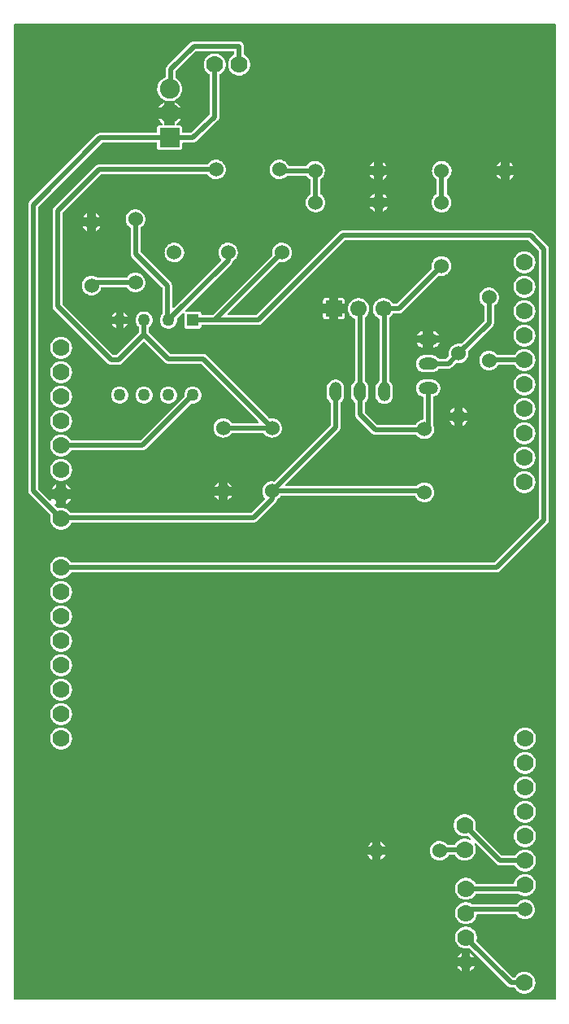
<source format=gbl>
G04 Layer: BottomLayer*
G04 EasyEDA v6.5.22, 2023-01-17 12:05:17*
G04 b103a448d6604d23990311a0c4fa42b9,79949195797447f9ac56d6811569d7a0,10*
G04 Gerber Generator version 0.2*
G04 Scale: 100 percent, Rotated: No, Reflected: No *
G04 Dimensions in millimeters *
G04 leading zeros omitted , absolute positions ,4 integer and 5 decimal *
%FSLAX45Y45*%
%MOMM*%

%ADD10C,0.5000*%
%ADD11C,1.5240*%
%ADD12R,2.0701X2.0701*%
%ADD13C,2.0700*%
%ADD14C,2.0701*%
%ADD15R,1.2659X1.2659*%
%ADD16C,1.2659*%
%ADD17C,1.2660*%
%ADD18O,2.032X1.27*%
%ADD19O,1.27X2.032*%
%ADD20R,1.7000X1.7000*%
%ADD21C,1.7000*%
%ADD22C,1.7780*%
%ADD23C,0.0180*%

%LPD*%
G36*
X-2681732Y-5288889D02*
G01*
X-2685592Y-5288178D01*
X-2688894Y-5285892D01*
X-2691130Y-5282641D01*
X-2691892Y-5278729D01*
X-2691892Y4849114D01*
X-2691130Y4853025D01*
X-2688894Y4856276D01*
X-2685592Y4858512D01*
X-2681732Y4859274D01*
X2946146Y4859274D01*
X2950006Y4858512D01*
X2953308Y4856276D01*
X2955493Y4853025D01*
X2956306Y4849114D01*
X2956306Y-5278729D01*
X2955493Y-5282641D01*
X2953308Y-5285892D01*
X2950006Y-5288178D01*
X2946146Y-5288889D01*
G37*

%LPC*%
G36*
X2628900Y-5227320D02*
G01*
X2643276Y-5226405D01*
X2657449Y-5223764D01*
X2671165Y-5219293D01*
X2684221Y-5213096D01*
X2696362Y-5205374D01*
X2707487Y-5196179D01*
X2717342Y-5185714D01*
X2725826Y-5174030D01*
X2732786Y-5161381D01*
X2738069Y-5148021D01*
X2741676Y-5134000D01*
X2743454Y-5119776D01*
X2743454Y-5105298D01*
X2741676Y-5091023D01*
X2738069Y-5077053D01*
X2732786Y-5063642D01*
X2725826Y-5050993D01*
X2717342Y-5039360D01*
X2707487Y-5028895D01*
X2696362Y-5019649D01*
X2684221Y-5011928D01*
X2671165Y-5005781D01*
X2657449Y-5001310D01*
X2643276Y-4998669D01*
X2628900Y-4997704D01*
X2614523Y-4998669D01*
X2600350Y-5001310D01*
X2586634Y-5005781D01*
X2573578Y-5011928D01*
X2561437Y-5019649D01*
X2550312Y-5028895D01*
X2540457Y-5039360D01*
X2531973Y-5050993D01*
X2529027Y-5056327D01*
X2526792Y-5059172D01*
X2523693Y-5060950D01*
X2520137Y-5061661D01*
X2514498Y-5061661D01*
X2510586Y-5060848D01*
X2507335Y-5058664D01*
X2132228Y-4683607D01*
X2130196Y-4680661D01*
X2129282Y-4677308D01*
X2129586Y-4673803D01*
X2132076Y-4664100D01*
X2133854Y-4649876D01*
X2133854Y-4635398D01*
X2132076Y-4621123D01*
X2128469Y-4607153D01*
X2123186Y-4593742D01*
X2116226Y-4581093D01*
X2107742Y-4569460D01*
X2097887Y-4558995D01*
X2086762Y-4549749D01*
X2074621Y-4542028D01*
X2061565Y-4535881D01*
X2047849Y-4531410D01*
X2033676Y-4528769D01*
X2019300Y-4527804D01*
X2004923Y-4528769D01*
X1990750Y-4531410D01*
X1977034Y-4535881D01*
X1963978Y-4542028D01*
X1951837Y-4549749D01*
X1940712Y-4558995D01*
X1930857Y-4569460D01*
X1922373Y-4581093D01*
X1915414Y-4593742D01*
X1910130Y-4607153D01*
X1906524Y-4621123D01*
X1904746Y-4635398D01*
X1904746Y-4649876D01*
X1906524Y-4664100D01*
X1910130Y-4678121D01*
X1915414Y-4691481D01*
X1922373Y-4704130D01*
X1930857Y-4715814D01*
X1940712Y-4726279D01*
X1951837Y-4735474D01*
X1963978Y-4743196D01*
X1977034Y-4749393D01*
X1990750Y-4753864D01*
X2004923Y-4756505D01*
X2019300Y-4757420D01*
X2033676Y-4756505D01*
X2047849Y-4753864D01*
X2049932Y-4753102D01*
X2053640Y-4752644D01*
X2057247Y-4753508D01*
X2060295Y-4755591D01*
X2453030Y-5148376D01*
X2456484Y-5151526D01*
X2459990Y-5154218D01*
X2463749Y-5156606D01*
X2467711Y-5158638D01*
X2471775Y-5160365D01*
X2476042Y-5161737D01*
X2480360Y-5162702D01*
X2484780Y-5163261D01*
X2489403Y-5163413D01*
X2520137Y-5163413D01*
X2523693Y-5164124D01*
X2526792Y-5165902D01*
X2529027Y-5168696D01*
X2531973Y-5174030D01*
X2540457Y-5185714D01*
X2550312Y-5196179D01*
X2561437Y-5205374D01*
X2573578Y-5213096D01*
X2586634Y-5219293D01*
X2600350Y-5223764D01*
X2614523Y-5226405D01*
G37*
G36*
X1974850Y-4988306D02*
G01*
X1974850Y-4941062D01*
X1927606Y-4941062D01*
X1929739Y-4945684D01*
X1937105Y-4957165D01*
X1945893Y-4967579D01*
X1956003Y-4976723D01*
X1967280Y-4984496D01*
G37*
G36*
X2063750Y-4988306D02*
G01*
X2071319Y-4984496D01*
X2082546Y-4976723D01*
X2092655Y-4967579D01*
X2101494Y-4957165D01*
X2108809Y-4945684D01*
X2110943Y-4941062D01*
X2063750Y-4941062D01*
G37*
G36*
X1927504Y-4852162D02*
G01*
X1974850Y-4852162D01*
X1974850Y-4804816D01*
X1973224Y-4805578D01*
X1961489Y-4812487D01*
X1950821Y-4820920D01*
X1941322Y-4830724D01*
X1933244Y-4841748D01*
G37*
G36*
X2063750Y-4852162D02*
G01*
X2111095Y-4852162D01*
X2105355Y-4841748D01*
X2097227Y-4830724D01*
X2087778Y-4820920D01*
X2077059Y-4812487D01*
X2063750Y-4804816D01*
G37*
G36*
X2019300Y-4503420D02*
G01*
X2033676Y-4502505D01*
X2047849Y-4499864D01*
X2061565Y-4495393D01*
X2074621Y-4489196D01*
X2086762Y-4481474D01*
X2097887Y-4472279D01*
X2107742Y-4461814D01*
X2116226Y-4450130D01*
X2123186Y-4437481D01*
X2128469Y-4424172D01*
X2132279Y-4409084D01*
X2134260Y-4405172D01*
X2137765Y-4402378D01*
X2142134Y-4401413D01*
X2540812Y-4401413D01*
X2544165Y-4401972D01*
X2547112Y-4403648D01*
X2549398Y-4406138D01*
X2552547Y-4411065D01*
X2561336Y-4421479D01*
X2571496Y-4430623D01*
X2582722Y-4438396D01*
X2594864Y-4444492D01*
X2607767Y-4449013D01*
X2621127Y-4451705D01*
X2634742Y-4452620D01*
X2648356Y-4451705D01*
X2661716Y-4449013D01*
X2674620Y-4444492D01*
X2686761Y-4438396D01*
X2697988Y-4430623D01*
X2708148Y-4421479D01*
X2716936Y-4411065D01*
X2724251Y-4399584D01*
X2729992Y-4387189D01*
X2734056Y-4374184D01*
X2736291Y-4360722D01*
X2736748Y-4347108D01*
X2735427Y-4333544D01*
X2732227Y-4320286D01*
X2727350Y-4307535D01*
X2720797Y-4295648D01*
X2712720Y-4284624D01*
X2703220Y-4274820D01*
X2692501Y-4266387D01*
X2680766Y-4259376D01*
X2668219Y-4254144D01*
X2655062Y-4250486D01*
X2641549Y-4248658D01*
X2627934Y-4248658D01*
X2614422Y-4250486D01*
X2601264Y-4254144D01*
X2588717Y-4259376D01*
X2576982Y-4266387D01*
X2566263Y-4274820D01*
X2556764Y-4284624D01*
X2548788Y-4295495D01*
X2546553Y-4297730D01*
X2543708Y-4299153D01*
X2540609Y-4299661D01*
X2095093Y-4299661D01*
X2091639Y-4299051D01*
X2088591Y-4297273D01*
X2086762Y-4295749D01*
X2074621Y-4288028D01*
X2061565Y-4281881D01*
X2047849Y-4277410D01*
X2033676Y-4274769D01*
X2019300Y-4273804D01*
X2004923Y-4274769D01*
X1990750Y-4277410D01*
X1977034Y-4281881D01*
X1963978Y-4288028D01*
X1951837Y-4295749D01*
X1940712Y-4304995D01*
X1930857Y-4315460D01*
X1922373Y-4327093D01*
X1915414Y-4339742D01*
X1910130Y-4353153D01*
X1906524Y-4367123D01*
X1904746Y-4381398D01*
X1904746Y-4395876D01*
X1906524Y-4410100D01*
X1910130Y-4424121D01*
X1915414Y-4437481D01*
X1922373Y-4450130D01*
X1930857Y-4461814D01*
X1940712Y-4472279D01*
X1951837Y-4481474D01*
X1963978Y-4489196D01*
X1977034Y-4495393D01*
X1990750Y-4499864D01*
X2004923Y-4502505D01*
G37*
G36*
X2019300Y-4249420D02*
G01*
X2033676Y-4248505D01*
X2047849Y-4245864D01*
X2061565Y-4241393D01*
X2074621Y-4235196D01*
X2086762Y-4227474D01*
X2097887Y-4218279D01*
X2107742Y-4207814D01*
X2116226Y-4196130D01*
X2119172Y-4190796D01*
X2121408Y-4188002D01*
X2124506Y-4186224D01*
X2128062Y-4185513D01*
X2558948Y-4185513D01*
X2562402Y-4186123D01*
X2565450Y-4187850D01*
X2567279Y-4189374D01*
X2579420Y-4197096D01*
X2592476Y-4203293D01*
X2606192Y-4207764D01*
X2620365Y-4210405D01*
X2634742Y-4211320D01*
X2649118Y-4210405D01*
X2663291Y-4207764D01*
X2677007Y-4203293D01*
X2690063Y-4197096D01*
X2702204Y-4189374D01*
X2713329Y-4180179D01*
X2723184Y-4169714D01*
X2731668Y-4158030D01*
X2738628Y-4145381D01*
X2743911Y-4132021D01*
X2747518Y-4118000D01*
X2749296Y-4103776D01*
X2749296Y-4089298D01*
X2747518Y-4075023D01*
X2743911Y-4061053D01*
X2738628Y-4047642D01*
X2731668Y-4034993D01*
X2723184Y-4023360D01*
X2713329Y-4012895D01*
X2702204Y-4003649D01*
X2690063Y-3995928D01*
X2677007Y-3989781D01*
X2663291Y-3985310D01*
X2649118Y-3982669D01*
X2634742Y-3981704D01*
X2620365Y-3982669D01*
X2606192Y-3985310D01*
X2592476Y-3989781D01*
X2579420Y-3995928D01*
X2567279Y-4003649D01*
X2556154Y-4012895D01*
X2546299Y-4023360D01*
X2537815Y-4034993D01*
X2530856Y-4047642D01*
X2525572Y-4061002D01*
X2521762Y-4076039D01*
X2519781Y-4080001D01*
X2516276Y-4082796D01*
X2511907Y-4083761D01*
X2128062Y-4083761D01*
X2124506Y-4083050D01*
X2121408Y-4081272D01*
X2119172Y-4078427D01*
X2116226Y-4073093D01*
X2107742Y-4061460D01*
X2097887Y-4050995D01*
X2086762Y-4041749D01*
X2074621Y-4034028D01*
X2061565Y-4027881D01*
X2047849Y-4023410D01*
X2033676Y-4020769D01*
X2019300Y-4019804D01*
X2004923Y-4020769D01*
X1990750Y-4023410D01*
X1977034Y-4027881D01*
X1963978Y-4034028D01*
X1951837Y-4041749D01*
X1940712Y-4050995D01*
X1930857Y-4061460D01*
X1922373Y-4073093D01*
X1915414Y-4085742D01*
X1910130Y-4099153D01*
X1906524Y-4113123D01*
X1904746Y-4127398D01*
X1904746Y-4141876D01*
X1906524Y-4156100D01*
X1910130Y-4170121D01*
X1915414Y-4183481D01*
X1922373Y-4196130D01*
X1930857Y-4207814D01*
X1940712Y-4218279D01*
X1951837Y-4227474D01*
X1963978Y-4235196D01*
X1977034Y-4241393D01*
X1990750Y-4245864D01*
X2004923Y-4248505D01*
G37*
G36*
X2634742Y-3957320D02*
G01*
X2649118Y-3956405D01*
X2663291Y-3953764D01*
X2677007Y-3949293D01*
X2690063Y-3943096D01*
X2702204Y-3935374D01*
X2713329Y-3926179D01*
X2723184Y-3915714D01*
X2731668Y-3904030D01*
X2738628Y-3891381D01*
X2743911Y-3878021D01*
X2747518Y-3864000D01*
X2749296Y-3849776D01*
X2749296Y-3835298D01*
X2747518Y-3821023D01*
X2743911Y-3807053D01*
X2738628Y-3793642D01*
X2731668Y-3780993D01*
X2723184Y-3769360D01*
X2713329Y-3758895D01*
X2702204Y-3749649D01*
X2690063Y-3741928D01*
X2677007Y-3735781D01*
X2663291Y-3731310D01*
X2649118Y-3728669D01*
X2634742Y-3727704D01*
X2620365Y-3728669D01*
X2606192Y-3731310D01*
X2592476Y-3735781D01*
X2579420Y-3741928D01*
X2567279Y-3749649D01*
X2556154Y-3758895D01*
X2546299Y-3769360D01*
X2537815Y-3780993D01*
X2534869Y-3786327D01*
X2532634Y-3789172D01*
X2529535Y-3790950D01*
X2525979Y-3791661D01*
X2400198Y-3791661D01*
X2396286Y-3790848D01*
X2393035Y-3788664D01*
X2119528Y-3515207D01*
X2117496Y-3512261D01*
X2116582Y-3508908D01*
X2116886Y-3505403D01*
X2119376Y-3495700D01*
X2121154Y-3481476D01*
X2121154Y-3466998D01*
X2119376Y-3452723D01*
X2115769Y-3438753D01*
X2110486Y-3425342D01*
X2103526Y-3412693D01*
X2095042Y-3401060D01*
X2085187Y-3390595D01*
X2074062Y-3381349D01*
X2061921Y-3373628D01*
X2048865Y-3367481D01*
X2035149Y-3363010D01*
X2020976Y-3360369D01*
X2006600Y-3359404D01*
X1992223Y-3360369D01*
X1978050Y-3363010D01*
X1964334Y-3367481D01*
X1951278Y-3373628D01*
X1939137Y-3381349D01*
X1928012Y-3390595D01*
X1918157Y-3401060D01*
X1909673Y-3412693D01*
X1902714Y-3425342D01*
X1897430Y-3438753D01*
X1893824Y-3452723D01*
X1892046Y-3466998D01*
X1892046Y-3481476D01*
X1893824Y-3495700D01*
X1897430Y-3509721D01*
X1902714Y-3523081D01*
X1909673Y-3535730D01*
X1918157Y-3547414D01*
X1928012Y-3557879D01*
X1939137Y-3567074D01*
X1951278Y-3574796D01*
X1964334Y-3580993D01*
X1978050Y-3585464D01*
X1992223Y-3588105D01*
X2006600Y-3589020D01*
X2020976Y-3588105D01*
X2035149Y-3585464D01*
X2037232Y-3584701D01*
X2040940Y-3584244D01*
X2044547Y-3585108D01*
X2047595Y-3587191D01*
X2070049Y-3609695D01*
X2072284Y-3613048D01*
X2073046Y-3617010D01*
X2072182Y-3620922D01*
X2069846Y-3624224D01*
X2066442Y-3626358D01*
X2062480Y-3627069D01*
X2058568Y-3626053D01*
X2048865Y-3621481D01*
X2035149Y-3617010D01*
X2020976Y-3614369D01*
X2006600Y-3613404D01*
X1992223Y-3614369D01*
X1978050Y-3617010D01*
X1964334Y-3621481D01*
X1951278Y-3627628D01*
X1939137Y-3635349D01*
X1928012Y-3644595D01*
X1918157Y-3655060D01*
X1909673Y-3666693D01*
X1906727Y-3672027D01*
X1904492Y-3674872D01*
X1901393Y-3676650D01*
X1897837Y-3677361D01*
X1829917Y-3677361D01*
X1826869Y-3676853D01*
X1824126Y-3675532D01*
X1811324Y-3662934D01*
X1800352Y-3654907D01*
X1788363Y-3648303D01*
X1775663Y-3643376D01*
X1762404Y-3640226D01*
X1748840Y-3638854D01*
X1735175Y-3639312D01*
X1721764Y-3641648D01*
X1708708Y-3645611D01*
X1696364Y-3651402D01*
X1684832Y-3658768D01*
X1674418Y-3667556D01*
X1665274Y-3677615D01*
X1657553Y-3688943D01*
X1651406Y-3701034D01*
X1646936Y-3713987D01*
X1644243Y-3727297D01*
X1643329Y-3740912D01*
X1644243Y-3754526D01*
X1646936Y-3767886D01*
X1651406Y-3780790D01*
X1657553Y-3792931D01*
X1665274Y-3804158D01*
X1674418Y-3814267D01*
X1684832Y-3823106D01*
X1696364Y-3830421D01*
X1708708Y-3836162D01*
X1721764Y-3840226D01*
X1735175Y-3842461D01*
X1748840Y-3842969D01*
X1762404Y-3841546D01*
X1775663Y-3838448D01*
X1788363Y-3833571D01*
X1800352Y-3826967D01*
X1811324Y-3818890D01*
X1821129Y-3809390D01*
X1829562Y-3798671D01*
X1836521Y-3786936D01*
X1837232Y-3785311D01*
X1839417Y-3782060D01*
X1842719Y-3779926D01*
X1846580Y-3779113D01*
X1897837Y-3779113D01*
X1901393Y-3779824D01*
X1904492Y-3781602D01*
X1906727Y-3784396D01*
X1909673Y-3789730D01*
X1918157Y-3801414D01*
X1928012Y-3811879D01*
X1939137Y-3821074D01*
X1951278Y-3828796D01*
X1964334Y-3834993D01*
X1978050Y-3839464D01*
X1992223Y-3842105D01*
X2006600Y-3843020D01*
X2020976Y-3842105D01*
X2035149Y-3839464D01*
X2048865Y-3834993D01*
X2061921Y-3828796D01*
X2074062Y-3821074D01*
X2085187Y-3811879D01*
X2095042Y-3801414D01*
X2103526Y-3789730D01*
X2110486Y-3777081D01*
X2115769Y-3763721D01*
X2119376Y-3749700D01*
X2121154Y-3735476D01*
X2121154Y-3720998D01*
X2119376Y-3706723D01*
X2115769Y-3692753D01*
X2110486Y-3679342D01*
X2109114Y-3676904D01*
X2107895Y-3672992D01*
X2108352Y-3668928D01*
X2110384Y-3665270D01*
X2113686Y-3662781D01*
X2117699Y-3661867D01*
X2121763Y-3662578D01*
X2125218Y-3664813D01*
X2338730Y-3878376D01*
X2342184Y-3881526D01*
X2345690Y-3884218D01*
X2349449Y-3886606D01*
X2353411Y-3888638D01*
X2357475Y-3890365D01*
X2361742Y-3891737D01*
X2366060Y-3892702D01*
X2370480Y-3893261D01*
X2375103Y-3893413D01*
X2525979Y-3893413D01*
X2529535Y-3894124D01*
X2532634Y-3895902D01*
X2534869Y-3898696D01*
X2537815Y-3904030D01*
X2546299Y-3915714D01*
X2556154Y-3926179D01*
X2567279Y-3935374D01*
X2579420Y-3943096D01*
X2592476Y-3949293D01*
X2606192Y-3953764D01*
X2620365Y-3956405D01*
G37*
G36*
X1131976Y-3832707D02*
G01*
X1142441Y-3826967D01*
X1153414Y-3818940D01*
X1163218Y-3809390D01*
X1171702Y-3798671D01*
X1178610Y-3786936D01*
X1179322Y-3785362D01*
X1131976Y-3785362D01*
G37*
G36*
X1043076Y-3832656D02*
G01*
X1043076Y-3785362D01*
X995883Y-3785362D01*
X999693Y-3792931D01*
X1007414Y-3804259D01*
X1016558Y-3814318D01*
X1026972Y-3823106D01*
X1038453Y-3830421D01*
G37*
G36*
X2634742Y-3703320D02*
G01*
X2649118Y-3702405D01*
X2663291Y-3699764D01*
X2677007Y-3695293D01*
X2690063Y-3689096D01*
X2702204Y-3681374D01*
X2713329Y-3672179D01*
X2723184Y-3661714D01*
X2731668Y-3650030D01*
X2738628Y-3637381D01*
X2743911Y-3624021D01*
X2747518Y-3610000D01*
X2749296Y-3595776D01*
X2749296Y-3581298D01*
X2747518Y-3567023D01*
X2743911Y-3553053D01*
X2738628Y-3539642D01*
X2731668Y-3526993D01*
X2723184Y-3515360D01*
X2713329Y-3504895D01*
X2702204Y-3495649D01*
X2690063Y-3487928D01*
X2677007Y-3481781D01*
X2663291Y-3477310D01*
X2649118Y-3474669D01*
X2634742Y-3473704D01*
X2620365Y-3474669D01*
X2606192Y-3477310D01*
X2592476Y-3481781D01*
X2579420Y-3487928D01*
X2567279Y-3495649D01*
X2556154Y-3504895D01*
X2546299Y-3515360D01*
X2537815Y-3526993D01*
X2530856Y-3539642D01*
X2525572Y-3553053D01*
X2521966Y-3567023D01*
X2520188Y-3581298D01*
X2520188Y-3595776D01*
X2521966Y-3610000D01*
X2525572Y-3624021D01*
X2530856Y-3637381D01*
X2537815Y-3650030D01*
X2546299Y-3661714D01*
X2556154Y-3672179D01*
X2567279Y-3681374D01*
X2579420Y-3689096D01*
X2592476Y-3695293D01*
X2606192Y-3699764D01*
X2620365Y-3702405D01*
G37*
G36*
X995883Y-3696462D02*
G01*
X1043076Y-3696462D01*
X1043076Y-3649268D01*
X1038453Y-3651453D01*
X1026972Y-3658768D01*
X1016558Y-3667607D01*
X1007414Y-3677716D01*
X999693Y-3688943D01*
G37*
G36*
X1131976Y-3696462D02*
G01*
X1179322Y-3696462D01*
X1178610Y-3694937D01*
X1171702Y-3683203D01*
X1163218Y-3672484D01*
X1153414Y-3662984D01*
X1142441Y-3654907D01*
X1131976Y-3649116D01*
G37*
G36*
X2634742Y-3449320D02*
G01*
X2649118Y-3448405D01*
X2663291Y-3445764D01*
X2677007Y-3441293D01*
X2690063Y-3435096D01*
X2702204Y-3427374D01*
X2713329Y-3418179D01*
X2723184Y-3407714D01*
X2731668Y-3396030D01*
X2738628Y-3383381D01*
X2743911Y-3370021D01*
X2747518Y-3356000D01*
X2749296Y-3341776D01*
X2749296Y-3327298D01*
X2747518Y-3313023D01*
X2743911Y-3299053D01*
X2738628Y-3285642D01*
X2731668Y-3272993D01*
X2723184Y-3261360D01*
X2713329Y-3250895D01*
X2702204Y-3241649D01*
X2690063Y-3233928D01*
X2677007Y-3227781D01*
X2663291Y-3223310D01*
X2649118Y-3220669D01*
X2634742Y-3219704D01*
X2620365Y-3220669D01*
X2606192Y-3223310D01*
X2592476Y-3227781D01*
X2579420Y-3233928D01*
X2567279Y-3241649D01*
X2556154Y-3250895D01*
X2546299Y-3261360D01*
X2537815Y-3272993D01*
X2530856Y-3285642D01*
X2525572Y-3299053D01*
X2521966Y-3313023D01*
X2520188Y-3327298D01*
X2520188Y-3341776D01*
X2521966Y-3356000D01*
X2525572Y-3370021D01*
X2530856Y-3383381D01*
X2537815Y-3396030D01*
X2546299Y-3407714D01*
X2556154Y-3418179D01*
X2567279Y-3427374D01*
X2579420Y-3435096D01*
X2592476Y-3441293D01*
X2606192Y-3445764D01*
X2620365Y-3448405D01*
G37*
G36*
X2634742Y-3195320D02*
G01*
X2649118Y-3194405D01*
X2663291Y-3191764D01*
X2677007Y-3187293D01*
X2690063Y-3181096D01*
X2702204Y-3173374D01*
X2713329Y-3164179D01*
X2723184Y-3153714D01*
X2731668Y-3142030D01*
X2738628Y-3129381D01*
X2743911Y-3116021D01*
X2747518Y-3102000D01*
X2749296Y-3087776D01*
X2749296Y-3073298D01*
X2747518Y-3059023D01*
X2743911Y-3045053D01*
X2738628Y-3031642D01*
X2731668Y-3018993D01*
X2723184Y-3007360D01*
X2713329Y-2996895D01*
X2702204Y-2987649D01*
X2690063Y-2979928D01*
X2677007Y-2973781D01*
X2663291Y-2969310D01*
X2649118Y-2966669D01*
X2634742Y-2965704D01*
X2620365Y-2966669D01*
X2606192Y-2969310D01*
X2592476Y-2973781D01*
X2579420Y-2979928D01*
X2567279Y-2987649D01*
X2556154Y-2996895D01*
X2546299Y-3007360D01*
X2537815Y-3018993D01*
X2530856Y-3031642D01*
X2525572Y-3045053D01*
X2521966Y-3059023D01*
X2520188Y-3073298D01*
X2520188Y-3087776D01*
X2521966Y-3102000D01*
X2525572Y-3116021D01*
X2530856Y-3129381D01*
X2537815Y-3142030D01*
X2546299Y-3153714D01*
X2556154Y-3164179D01*
X2567279Y-3173374D01*
X2579420Y-3181096D01*
X2592476Y-3187293D01*
X2606192Y-3191764D01*
X2620365Y-3194405D01*
G37*
G36*
X2634742Y-2941320D02*
G01*
X2649118Y-2940405D01*
X2663291Y-2937764D01*
X2677007Y-2933293D01*
X2690063Y-2927096D01*
X2702204Y-2919374D01*
X2713329Y-2910179D01*
X2723184Y-2899714D01*
X2731668Y-2888030D01*
X2738628Y-2875381D01*
X2743911Y-2862021D01*
X2747518Y-2848000D01*
X2749296Y-2833776D01*
X2749296Y-2819298D01*
X2747518Y-2805023D01*
X2743911Y-2791053D01*
X2738628Y-2777642D01*
X2731668Y-2764993D01*
X2723184Y-2753360D01*
X2713329Y-2742895D01*
X2702204Y-2733649D01*
X2690063Y-2725928D01*
X2677007Y-2719781D01*
X2663291Y-2715310D01*
X2649118Y-2712669D01*
X2634742Y-2711704D01*
X2620365Y-2712669D01*
X2606192Y-2715310D01*
X2592476Y-2719781D01*
X2579420Y-2725928D01*
X2567279Y-2733649D01*
X2556154Y-2742895D01*
X2546299Y-2753360D01*
X2537815Y-2764993D01*
X2530856Y-2777642D01*
X2525572Y-2791053D01*
X2521966Y-2805023D01*
X2520188Y-2819298D01*
X2520188Y-2833776D01*
X2521966Y-2848000D01*
X2525572Y-2862021D01*
X2530856Y-2875381D01*
X2537815Y-2888030D01*
X2546299Y-2899714D01*
X2556154Y-2910179D01*
X2567279Y-2919374D01*
X2579420Y-2927096D01*
X2592476Y-2933293D01*
X2606192Y-2937764D01*
X2620365Y-2940405D01*
G37*
G36*
X-2197100Y-2687320D02*
G01*
X-2182723Y-2686405D01*
X-2168550Y-2683764D01*
X-2154834Y-2679293D01*
X-2141778Y-2673096D01*
X-2129637Y-2665374D01*
X-2118512Y-2656179D01*
X-2108657Y-2645714D01*
X-2100173Y-2634030D01*
X-2093214Y-2621381D01*
X-2087930Y-2608021D01*
X-2084324Y-2594000D01*
X-2082546Y-2579776D01*
X-2082546Y-2565298D01*
X-2084324Y-2551023D01*
X-2087930Y-2537053D01*
X-2093214Y-2523642D01*
X-2100173Y-2510993D01*
X-2108657Y-2499360D01*
X-2118512Y-2488895D01*
X-2129637Y-2479649D01*
X-2141778Y-2471928D01*
X-2154834Y-2465781D01*
X-2168550Y-2461310D01*
X-2182723Y-2458669D01*
X-2197100Y-2457704D01*
X-2211476Y-2458669D01*
X-2225649Y-2461310D01*
X-2239365Y-2465781D01*
X-2252421Y-2471928D01*
X-2264562Y-2479649D01*
X-2275687Y-2488895D01*
X-2285542Y-2499360D01*
X-2294026Y-2510993D01*
X-2300986Y-2523642D01*
X-2306269Y-2537053D01*
X-2309876Y-2551023D01*
X-2311654Y-2565298D01*
X-2311654Y-2579776D01*
X-2309876Y-2594000D01*
X-2306269Y-2608021D01*
X-2300986Y-2621381D01*
X-2294026Y-2634030D01*
X-2285542Y-2645714D01*
X-2275687Y-2656179D01*
X-2264562Y-2665374D01*
X-2252421Y-2673096D01*
X-2239365Y-2679293D01*
X-2225649Y-2683764D01*
X-2211476Y-2686405D01*
G37*
G36*
X2634742Y-2687320D02*
G01*
X2649118Y-2686405D01*
X2663291Y-2683764D01*
X2677007Y-2679293D01*
X2690063Y-2673096D01*
X2702204Y-2665374D01*
X2713329Y-2656179D01*
X2723184Y-2645714D01*
X2731668Y-2634030D01*
X2738628Y-2621381D01*
X2743911Y-2608021D01*
X2747518Y-2594000D01*
X2749296Y-2579776D01*
X2749296Y-2565298D01*
X2747518Y-2551023D01*
X2743911Y-2537053D01*
X2738628Y-2523642D01*
X2731668Y-2510993D01*
X2723184Y-2499360D01*
X2713329Y-2488895D01*
X2702204Y-2479649D01*
X2690063Y-2471928D01*
X2677007Y-2465781D01*
X2663291Y-2461310D01*
X2649118Y-2458669D01*
X2634742Y-2457704D01*
X2620365Y-2458669D01*
X2606192Y-2461310D01*
X2592476Y-2465781D01*
X2579420Y-2471928D01*
X2567279Y-2479649D01*
X2556154Y-2488895D01*
X2546299Y-2499360D01*
X2537815Y-2510993D01*
X2530856Y-2523642D01*
X2525572Y-2537053D01*
X2521966Y-2551023D01*
X2520188Y-2565298D01*
X2520188Y-2579776D01*
X2521966Y-2594000D01*
X2525572Y-2608021D01*
X2530856Y-2621381D01*
X2537815Y-2634030D01*
X2546299Y-2645714D01*
X2556154Y-2656179D01*
X2567279Y-2665374D01*
X2579420Y-2673096D01*
X2592476Y-2679293D01*
X2606192Y-2683764D01*
X2620365Y-2686405D01*
G37*
G36*
X-2197100Y-2433320D02*
G01*
X-2182723Y-2432405D01*
X-2168550Y-2429764D01*
X-2154834Y-2425293D01*
X-2141778Y-2419096D01*
X-2129637Y-2411374D01*
X-2118512Y-2402179D01*
X-2108657Y-2391714D01*
X-2100173Y-2380030D01*
X-2093214Y-2367381D01*
X-2087930Y-2354021D01*
X-2084324Y-2340000D01*
X-2082546Y-2325776D01*
X-2082546Y-2311298D01*
X-2084324Y-2297023D01*
X-2087930Y-2283053D01*
X-2093214Y-2269642D01*
X-2100173Y-2256993D01*
X-2108657Y-2245360D01*
X-2118512Y-2234895D01*
X-2129637Y-2225649D01*
X-2141778Y-2217928D01*
X-2154834Y-2211781D01*
X-2168550Y-2207310D01*
X-2182723Y-2204669D01*
X-2197100Y-2203704D01*
X-2211476Y-2204669D01*
X-2225649Y-2207310D01*
X-2239365Y-2211781D01*
X-2252421Y-2217928D01*
X-2264562Y-2225649D01*
X-2275687Y-2234895D01*
X-2285542Y-2245360D01*
X-2294026Y-2256993D01*
X-2300986Y-2269642D01*
X-2306269Y-2283053D01*
X-2309876Y-2297023D01*
X-2311654Y-2311298D01*
X-2311654Y-2325776D01*
X-2309876Y-2340000D01*
X-2306269Y-2354021D01*
X-2300986Y-2367381D01*
X-2294026Y-2380030D01*
X-2285542Y-2391714D01*
X-2275687Y-2402179D01*
X-2264562Y-2411374D01*
X-2252421Y-2419096D01*
X-2239365Y-2425293D01*
X-2225649Y-2429764D01*
X-2211476Y-2432405D01*
G37*
G36*
X-2197100Y-2179320D02*
G01*
X-2182723Y-2178405D01*
X-2168550Y-2175764D01*
X-2154834Y-2171293D01*
X-2141778Y-2165096D01*
X-2129637Y-2157374D01*
X-2118512Y-2148179D01*
X-2108657Y-2137714D01*
X-2100173Y-2126030D01*
X-2093214Y-2113381D01*
X-2087930Y-2100021D01*
X-2084324Y-2086000D01*
X-2082546Y-2071776D01*
X-2082546Y-2057298D01*
X-2084324Y-2043023D01*
X-2087930Y-2029053D01*
X-2093214Y-2015642D01*
X-2100173Y-2002993D01*
X-2108657Y-1991360D01*
X-2118512Y-1980895D01*
X-2129637Y-1971649D01*
X-2141778Y-1963928D01*
X-2154834Y-1957781D01*
X-2168550Y-1953310D01*
X-2182723Y-1950669D01*
X-2197100Y-1949704D01*
X-2211476Y-1950669D01*
X-2225649Y-1953310D01*
X-2239365Y-1957781D01*
X-2252421Y-1963928D01*
X-2264562Y-1971649D01*
X-2275687Y-1980895D01*
X-2285542Y-1991360D01*
X-2294026Y-2002993D01*
X-2300986Y-2015642D01*
X-2306269Y-2029053D01*
X-2309876Y-2043023D01*
X-2311654Y-2057298D01*
X-2311654Y-2071776D01*
X-2309876Y-2086000D01*
X-2306269Y-2100021D01*
X-2300986Y-2113381D01*
X-2294026Y-2126030D01*
X-2285542Y-2137714D01*
X-2275687Y-2148179D01*
X-2264562Y-2157374D01*
X-2252421Y-2165096D01*
X-2239365Y-2171293D01*
X-2225649Y-2175764D01*
X-2211476Y-2178405D01*
G37*
G36*
X-2197100Y-1925320D02*
G01*
X-2182723Y-1924405D01*
X-2168550Y-1921764D01*
X-2154834Y-1917293D01*
X-2141778Y-1911096D01*
X-2129637Y-1903374D01*
X-2118512Y-1894179D01*
X-2108657Y-1883714D01*
X-2100173Y-1872030D01*
X-2093214Y-1859381D01*
X-2087930Y-1846021D01*
X-2084324Y-1832000D01*
X-2082546Y-1817776D01*
X-2082546Y-1803298D01*
X-2084324Y-1789023D01*
X-2087930Y-1775053D01*
X-2093214Y-1761642D01*
X-2100173Y-1748993D01*
X-2108657Y-1737360D01*
X-2118512Y-1726895D01*
X-2129637Y-1717649D01*
X-2141778Y-1709928D01*
X-2154834Y-1703781D01*
X-2168550Y-1699310D01*
X-2182723Y-1696669D01*
X-2197100Y-1695704D01*
X-2211476Y-1696669D01*
X-2225649Y-1699310D01*
X-2239365Y-1703781D01*
X-2252421Y-1709928D01*
X-2264562Y-1717649D01*
X-2275687Y-1726895D01*
X-2285542Y-1737360D01*
X-2294026Y-1748993D01*
X-2300986Y-1761642D01*
X-2306269Y-1775053D01*
X-2309876Y-1789023D01*
X-2311654Y-1803298D01*
X-2311654Y-1817776D01*
X-2309876Y-1832000D01*
X-2306269Y-1846021D01*
X-2300986Y-1859381D01*
X-2294026Y-1872030D01*
X-2285542Y-1883714D01*
X-2275687Y-1894179D01*
X-2264562Y-1903374D01*
X-2252421Y-1911096D01*
X-2239365Y-1917293D01*
X-2225649Y-1921764D01*
X-2211476Y-1924405D01*
G37*
G36*
X-2197100Y-1671320D02*
G01*
X-2182723Y-1670405D01*
X-2168550Y-1667764D01*
X-2154834Y-1663293D01*
X-2141778Y-1657096D01*
X-2129637Y-1649374D01*
X-2118512Y-1640179D01*
X-2108657Y-1629714D01*
X-2100173Y-1618030D01*
X-2093214Y-1605381D01*
X-2087930Y-1592021D01*
X-2084324Y-1578000D01*
X-2082546Y-1563776D01*
X-2082546Y-1549298D01*
X-2084324Y-1535023D01*
X-2087930Y-1521053D01*
X-2093214Y-1507642D01*
X-2100173Y-1494993D01*
X-2108657Y-1483360D01*
X-2118512Y-1472895D01*
X-2129637Y-1463649D01*
X-2141778Y-1455928D01*
X-2154834Y-1449781D01*
X-2168550Y-1445310D01*
X-2182723Y-1442669D01*
X-2197100Y-1441704D01*
X-2211476Y-1442669D01*
X-2225649Y-1445310D01*
X-2239365Y-1449781D01*
X-2252421Y-1455928D01*
X-2264562Y-1463649D01*
X-2275687Y-1472895D01*
X-2285542Y-1483360D01*
X-2294026Y-1494993D01*
X-2300986Y-1507642D01*
X-2306269Y-1521053D01*
X-2309876Y-1535023D01*
X-2311654Y-1549298D01*
X-2311654Y-1563776D01*
X-2309876Y-1578000D01*
X-2306269Y-1592021D01*
X-2300986Y-1605381D01*
X-2294026Y-1618030D01*
X-2285542Y-1629714D01*
X-2275687Y-1640179D01*
X-2264562Y-1649374D01*
X-2252421Y-1657096D01*
X-2239365Y-1663293D01*
X-2225649Y-1667764D01*
X-2211476Y-1670405D01*
G37*
G36*
X-2197100Y-1417320D02*
G01*
X-2182723Y-1416405D01*
X-2168550Y-1413764D01*
X-2154834Y-1409293D01*
X-2141778Y-1403096D01*
X-2129637Y-1395374D01*
X-2118512Y-1386179D01*
X-2108657Y-1375714D01*
X-2100173Y-1364030D01*
X-2093214Y-1351381D01*
X-2087930Y-1338021D01*
X-2084324Y-1324000D01*
X-2082546Y-1309776D01*
X-2082546Y-1295298D01*
X-2084324Y-1281023D01*
X-2087930Y-1267053D01*
X-2093214Y-1253642D01*
X-2100173Y-1240993D01*
X-2108657Y-1229360D01*
X-2118512Y-1218895D01*
X-2129637Y-1209649D01*
X-2141778Y-1201928D01*
X-2154834Y-1195781D01*
X-2168550Y-1191310D01*
X-2182723Y-1188669D01*
X-2197100Y-1187704D01*
X-2211476Y-1188669D01*
X-2225649Y-1191310D01*
X-2239365Y-1195781D01*
X-2252421Y-1201928D01*
X-2264562Y-1209649D01*
X-2275687Y-1218895D01*
X-2285542Y-1229360D01*
X-2294026Y-1240993D01*
X-2300986Y-1253642D01*
X-2306269Y-1267053D01*
X-2309876Y-1281023D01*
X-2311654Y-1295298D01*
X-2311654Y-1309776D01*
X-2309876Y-1324000D01*
X-2306269Y-1338021D01*
X-2300986Y-1351381D01*
X-2294026Y-1364030D01*
X-2285542Y-1375714D01*
X-2275687Y-1386179D01*
X-2264562Y-1395374D01*
X-2252421Y-1403096D01*
X-2239365Y-1409293D01*
X-2225649Y-1413764D01*
X-2211476Y-1416405D01*
G37*
G36*
X-2197100Y-1163320D02*
G01*
X-2182723Y-1162405D01*
X-2168550Y-1159764D01*
X-2154834Y-1155293D01*
X-2141778Y-1149096D01*
X-2129637Y-1141374D01*
X-2118512Y-1132179D01*
X-2108657Y-1121714D01*
X-2100173Y-1110030D01*
X-2093214Y-1097381D01*
X-2087930Y-1084021D01*
X-2084324Y-1070000D01*
X-2082546Y-1055776D01*
X-2082546Y-1041298D01*
X-2084324Y-1027023D01*
X-2087930Y-1013053D01*
X-2093214Y-999642D01*
X-2100173Y-986993D01*
X-2108657Y-975360D01*
X-2118512Y-964895D01*
X-2129637Y-955649D01*
X-2141778Y-947928D01*
X-2154834Y-941781D01*
X-2168550Y-937310D01*
X-2182723Y-934669D01*
X-2197100Y-933703D01*
X-2211476Y-934669D01*
X-2225649Y-937310D01*
X-2239365Y-941781D01*
X-2252421Y-947928D01*
X-2264562Y-955649D01*
X-2275687Y-964895D01*
X-2285542Y-975360D01*
X-2294026Y-986993D01*
X-2300986Y-999642D01*
X-2306269Y-1013053D01*
X-2309876Y-1027023D01*
X-2311654Y-1041298D01*
X-2311654Y-1055776D01*
X-2309876Y-1070000D01*
X-2306269Y-1084021D01*
X-2300986Y-1097381D01*
X-2294026Y-1110030D01*
X-2285542Y-1121714D01*
X-2275687Y-1132179D01*
X-2264562Y-1141374D01*
X-2252421Y-1149096D01*
X-2239365Y-1155293D01*
X-2225649Y-1159764D01*
X-2211476Y-1162405D01*
G37*
G36*
X-2197100Y-909319D02*
G01*
X-2182723Y-908405D01*
X-2168550Y-905764D01*
X-2154834Y-901293D01*
X-2141778Y-895096D01*
X-2129637Y-887374D01*
X-2118512Y-878179D01*
X-2108657Y-867714D01*
X-2100173Y-856030D01*
X-2097227Y-850696D01*
X-2094992Y-847902D01*
X-2091893Y-846124D01*
X-2088337Y-845413D01*
X2336596Y-845413D01*
X2341219Y-845261D01*
X2345639Y-844702D01*
X2349957Y-843737D01*
X2354224Y-842365D01*
X2358288Y-840638D01*
X2362250Y-838606D01*
X2366010Y-836218D01*
X2369515Y-833577D01*
X2372969Y-830376D01*
X2867964Y-335381D01*
X2871114Y-331927D01*
X2873806Y-328472D01*
X2876194Y-324662D01*
X2878226Y-320700D01*
X2879953Y-316687D01*
X2881274Y-312369D01*
X2882239Y-308051D01*
X2882798Y-303631D01*
X2883001Y-299059D01*
X2883001Y2519984D01*
X2882798Y2524607D01*
X2882239Y2529027D01*
X2881274Y2533345D01*
X2879953Y2537612D01*
X2878226Y2541676D01*
X2876194Y2545638D01*
X2873806Y2549398D01*
X2871114Y2552903D01*
X2867964Y2556357D01*
X2728569Y2695702D01*
X2725115Y2698902D01*
X2721610Y2701544D01*
X2717850Y2703931D01*
X2713888Y2705963D01*
X2709824Y2707741D01*
X2705557Y2709062D01*
X2701239Y2710027D01*
X2696819Y2710586D01*
X2692196Y2710738D01*
X736803Y2710738D01*
X732180Y2710586D01*
X727760Y2710027D01*
X723442Y2709062D01*
X719175Y2707741D01*
X715111Y2705963D01*
X711149Y2703931D01*
X707390Y2701544D01*
X703884Y2698902D01*
X700430Y2695702D01*
X-161036Y1834286D01*
X-164287Y1832000D01*
X-168198Y1831289D01*
X-451459Y1831289D01*
X-455320Y1832000D01*
X-458622Y1834286D01*
X-460857Y1837588D01*
X-461619Y1841398D01*
X-460857Y1845310D01*
X-458622Y1848612D01*
X72339Y2379573D01*
X74930Y2381504D01*
X77978Y2382469D01*
X81178Y2382418D01*
X92557Y2380538D01*
X106222Y2380030D01*
X119786Y2381402D01*
X133045Y2384552D01*
X145745Y2389428D01*
X157734Y2396032D01*
X168706Y2404059D01*
X178511Y2413609D01*
X186944Y2424328D01*
X193903Y2436063D01*
X199237Y2448560D01*
X202844Y2461717D01*
X204673Y2475280D01*
X204673Y2488895D01*
X202844Y2502408D01*
X199237Y2515565D01*
X193903Y2528062D01*
X186944Y2539796D01*
X178511Y2550515D01*
X168706Y2560066D01*
X157734Y2568092D01*
X145745Y2574696D01*
X133045Y2579573D01*
X119786Y2582773D01*
X106222Y2584094D01*
X92557Y2583637D01*
X79146Y2581351D01*
X66090Y2577338D01*
X53746Y2571546D01*
X42265Y2564231D01*
X31851Y2555443D01*
X22707Y2545283D01*
X14985Y2534056D01*
X8839Y2521966D01*
X4318Y2509012D01*
X1625Y2495702D01*
X711Y2482088D01*
X1625Y2468473D01*
X3149Y2460853D01*
X3302Y2457551D01*
X2336Y2454300D01*
X406Y2451658D01*
X-616966Y1834286D01*
X-620268Y1832000D01*
X-624179Y1831289D01*
X-726135Y1831289D01*
X-730046Y1832000D01*
X-733298Y1834286D01*
X-735533Y1837588D01*
X-737006Y1849424D01*
X-738936Y1854911D01*
X-741984Y1859788D01*
X-746099Y1863852D01*
X-750976Y1866950D01*
X-756462Y1868881D01*
X-762762Y1869592D01*
X-888237Y1869592D01*
X-893267Y1869033D01*
X-897382Y1869389D01*
X-901039Y1871421D01*
X-903579Y1874723D01*
X-904544Y1878736D01*
X-903884Y1882800D01*
X-901598Y1886254D01*
X-421335Y2366467D01*
X-418185Y2369921D01*
X-415493Y2373477D01*
X-413105Y2377186D01*
X-411073Y2381148D01*
X-409397Y2385263D01*
X-408025Y2389682D01*
X-406146Y2393086D01*
X-391312Y2404059D01*
X-381508Y2413609D01*
X-373024Y2424328D01*
X-366064Y2436063D01*
X-360781Y2448560D01*
X-357174Y2461717D01*
X-355346Y2475280D01*
X-355346Y2488895D01*
X-357174Y2502408D01*
X-360781Y2515565D01*
X-366064Y2528062D01*
X-373024Y2539796D01*
X-381508Y2550515D01*
X-391312Y2560066D01*
X-402285Y2568092D01*
X-414223Y2574696D01*
X-426974Y2579573D01*
X-440232Y2582773D01*
X-453796Y2584094D01*
X-467410Y2583637D01*
X-480872Y2581351D01*
X-493877Y2577338D01*
X-506272Y2571546D01*
X-517753Y2564231D01*
X-528167Y2555443D01*
X-537311Y2545283D01*
X-545033Y2534056D01*
X-551180Y2521966D01*
X-555650Y2509012D01*
X-558393Y2495702D01*
X-559308Y2482088D01*
X-558393Y2468473D01*
X-555650Y2455113D01*
X-551180Y2442159D01*
X-545033Y2430068D01*
X-537311Y2418842D01*
X-532282Y2413254D01*
X-530301Y2409901D01*
X-529640Y2406192D01*
X-530453Y2402433D01*
X-532638Y2399182D01*
X-1023924Y1907946D01*
X-1027226Y1905711D01*
X-1031138Y1904898D01*
X-1034999Y1905711D01*
X-1038301Y1907946D01*
X-1040536Y1911197D01*
X-1041298Y1915058D01*
X-1041298Y2138984D01*
X-1041501Y2143607D01*
X-1042060Y2148027D01*
X-1043025Y2152345D01*
X-1044346Y2156612D01*
X-1046073Y2160676D01*
X-1048105Y2164638D01*
X-1050493Y2168398D01*
X-1053185Y2171903D01*
X-1056335Y2175357D01*
X-1368501Y2487523D01*
X-1370736Y2490774D01*
X-1371498Y2494686D01*
X-1371498Y2735630D01*
X-1370888Y2739034D01*
X-1369161Y2742082D01*
X-1366520Y2744419D01*
X-1364640Y2745486D01*
X-1353921Y2753969D01*
X-1344422Y2763774D01*
X-1336344Y2774696D01*
X-1329791Y2786735D01*
X-1324914Y2799435D01*
X-1321714Y2812694D01*
X-1320393Y2826258D01*
X-1320850Y2839923D01*
X-1323086Y2853334D01*
X-1327150Y2866390D01*
X-1332890Y2878734D01*
X-1340205Y2890266D01*
X-1348994Y2900680D01*
X-1359154Y2909824D01*
X-1370380Y2917494D01*
X-1382522Y2923692D01*
X-1395425Y2928112D01*
X-1408785Y2930855D01*
X-1422400Y2931769D01*
X-1436014Y2930855D01*
X-1449374Y2928112D01*
X-1462278Y2923692D01*
X-1474419Y2917494D01*
X-1485646Y2909824D01*
X-1495806Y2900680D01*
X-1504594Y2890266D01*
X-1511909Y2878734D01*
X-1517650Y2866390D01*
X-1521714Y2853334D01*
X-1523949Y2839923D01*
X-1524406Y2826258D01*
X-1523085Y2812694D01*
X-1519885Y2799435D01*
X-1515008Y2786735D01*
X-1508455Y2774696D01*
X-1500378Y2763774D01*
X-1490878Y2753969D01*
X-1480159Y2745486D01*
X-1478280Y2744419D01*
X-1475638Y2742082D01*
X-1473911Y2739034D01*
X-1473301Y2735630D01*
X-1473301Y2469540D01*
X-1473098Y2464968D01*
X-1472539Y2460548D01*
X-1471574Y2456230D01*
X-1470253Y2451912D01*
X-1468526Y2447899D01*
X-1466494Y2443937D01*
X-1464106Y2440127D01*
X-1461414Y2436672D01*
X-1458264Y2433218D01*
X-1146098Y2121052D01*
X-1143863Y2117750D01*
X-1143101Y2113838D01*
X-1143101Y1846732D01*
X-1143863Y1842820D01*
X-1154531Y1828546D01*
X-1160627Y1817370D01*
X-1165047Y1805533D01*
X-1167790Y1793036D01*
X-1168654Y1780336D01*
X-1167790Y1767636D01*
X-1165047Y1755241D01*
X-1160627Y1743354D01*
X-1154531Y1732178D01*
X-1146911Y1721967D01*
X-1137920Y1712925D01*
X-1127709Y1705356D01*
X-1116533Y1699209D01*
X-1104646Y1694789D01*
X-1092200Y1692097D01*
X-1079500Y1691233D01*
X-1066800Y1692097D01*
X-1054354Y1694789D01*
X-1042466Y1699209D01*
X-1031290Y1705356D01*
X-1021080Y1712925D01*
X-1012088Y1721967D01*
X-1004468Y1732178D01*
X-998372Y1743354D01*
X-993952Y1755241D01*
X-991209Y1767636D01*
X-990346Y1780336D01*
X-991158Y1791817D01*
X-990498Y1796084D01*
X-988212Y1799691D01*
X-931418Y1856435D01*
X-927963Y1858772D01*
X-923848Y1859381D01*
X-919835Y1858416D01*
X-916533Y1855927D01*
X-914501Y1852269D01*
X-914146Y1848104D01*
X-914704Y1843125D01*
X-914704Y1717649D01*
X-913993Y1711350D01*
X-912063Y1705864D01*
X-909015Y1700987D01*
X-904900Y1696821D01*
X-900023Y1693773D01*
X-894537Y1691843D01*
X-888237Y1691182D01*
X-762762Y1691182D01*
X-756462Y1691843D01*
X-750976Y1693773D01*
X-746099Y1696821D01*
X-741984Y1700987D01*
X-738936Y1705864D01*
X-737006Y1711350D01*
X-736295Y1719275D01*
X-735533Y1723136D01*
X-733298Y1726488D01*
X-730046Y1728724D01*
X-726135Y1729435D01*
X-143103Y1729435D01*
X-138480Y1729689D01*
X-134061Y1730248D01*
X-129743Y1731213D01*
X-125476Y1732483D01*
X-117449Y1736242D01*
X-113690Y1738680D01*
X-110185Y1741373D01*
X-106730Y1744522D01*
X754735Y2605989D01*
X757986Y2608173D01*
X761898Y2608986D01*
X2667101Y2608986D01*
X2671013Y2608173D01*
X2674264Y2605989D01*
X2778201Y2502052D01*
X2780436Y2498750D01*
X2781198Y2494838D01*
X2781198Y-273913D01*
X2780436Y-277825D01*
X2778201Y-281127D01*
X2318664Y-740664D01*
X2315413Y-742848D01*
X2311501Y-743661D01*
X-2088337Y-743661D01*
X-2091893Y-742950D01*
X-2094992Y-741172D01*
X-2097227Y-738327D01*
X-2100173Y-732993D01*
X-2108657Y-721360D01*
X-2118512Y-710895D01*
X-2129637Y-701649D01*
X-2141778Y-693928D01*
X-2154834Y-687781D01*
X-2168550Y-683310D01*
X-2182723Y-680669D01*
X-2197100Y-679704D01*
X-2211476Y-680669D01*
X-2225649Y-683310D01*
X-2239365Y-687781D01*
X-2252421Y-693928D01*
X-2264562Y-701649D01*
X-2275687Y-710895D01*
X-2285542Y-721360D01*
X-2294026Y-732993D01*
X-2300986Y-745642D01*
X-2306269Y-759053D01*
X-2309876Y-773023D01*
X-2311654Y-787298D01*
X-2311654Y-801776D01*
X-2309876Y-816000D01*
X-2306269Y-830021D01*
X-2300986Y-843381D01*
X-2294026Y-856030D01*
X-2285542Y-867714D01*
X-2275687Y-878179D01*
X-2264562Y-887374D01*
X-2252421Y-895096D01*
X-2239365Y-901293D01*
X-2225649Y-905764D01*
X-2211476Y-908405D01*
G37*
G36*
X-2197100Y-401320D02*
G01*
X-2182723Y-400405D01*
X-2168550Y-397764D01*
X-2154834Y-393293D01*
X-2141778Y-387096D01*
X-2129637Y-379374D01*
X-2118512Y-370179D01*
X-2108657Y-359714D01*
X-2100173Y-348030D01*
X-2093214Y-335381D01*
X-2091537Y-331165D01*
X-2089353Y-327761D01*
X-2086051Y-325577D01*
X-2082088Y-324713D01*
X-190703Y-324713D01*
X-186080Y-324561D01*
X-181660Y-324002D01*
X-177342Y-323037D01*
X-173075Y-321665D01*
X-169011Y-319938D01*
X-165049Y-317906D01*
X-161290Y-315518D01*
X-157784Y-312877D01*
X-154330Y-309676D01*
X35864Y-119481D01*
X39014Y-116027D01*
X41706Y-112572D01*
X44094Y-108762D01*
X46126Y-104800D01*
X47853Y-100787D01*
X49174Y-96520D01*
X49987Y-92557D01*
X51714Y-88696D01*
X54762Y-85902D01*
X57759Y-84175D01*
X68478Y-75692D01*
X77978Y-65887D01*
X85953Y-55016D01*
X88188Y-52781D01*
X91033Y-51409D01*
X94132Y-50952D01*
X1486306Y-50952D01*
X1489811Y-51511D01*
X1492961Y-53390D01*
X1495196Y-56184D01*
X1501444Y-67614D01*
X1509522Y-78536D01*
X1519021Y-88341D01*
X1529740Y-96824D01*
X1541475Y-103784D01*
X1554022Y-109118D01*
X1567180Y-112674D01*
X1580692Y-114554D01*
X1594307Y-114554D01*
X1607820Y-112674D01*
X1620977Y-109118D01*
X1633524Y-103784D01*
X1645259Y-96824D01*
X1655978Y-88341D01*
X1665427Y-78536D01*
X1673555Y-67614D01*
X1680108Y-55575D01*
X1684985Y-42875D01*
X1688134Y-29616D01*
X1689506Y-16052D01*
X1689049Y-2387D01*
X1686814Y10972D01*
X1682750Y24079D01*
X1677009Y36372D01*
X1669694Y47904D01*
X1660855Y58318D01*
X1650746Y67513D01*
X1639519Y75133D01*
X1627327Y81330D01*
X1614474Y85801D01*
X1601114Y88544D01*
X1587500Y89458D01*
X1573885Y88544D01*
X1560525Y85801D01*
X1547622Y81330D01*
X1535480Y75133D01*
X1524203Y67513D01*
X1514094Y58318D01*
X1510893Y54457D01*
X1507388Y51866D01*
X1503121Y50952D01*
X147421Y50952D01*
X143510Y51663D01*
X140258Y53898D01*
X138023Y57200D01*
X137261Y61112D01*
X138023Y64973D01*
X140258Y68224D01*
X696264Y624281D01*
X699414Y627735D01*
X702106Y631240D01*
X704494Y635000D01*
X706526Y638911D01*
X708253Y643026D01*
X709574Y647242D01*
X710539Y651611D01*
X711098Y655980D01*
X711301Y660654D01*
X711301Y917854D01*
X711809Y920953D01*
X713181Y923747D01*
X715365Y925931D01*
X718921Y928624D01*
X727964Y937615D01*
X735584Y947877D01*
X741680Y959053D01*
X746150Y970940D01*
X748893Y983487D01*
X749808Y996543D01*
X749808Y1071981D01*
X748893Y1085088D01*
X746150Y1097584D01*
X741680Y1109522D01*
X735584Y1120698D01*
X727964Y1130909D01*
X718921Y1139901D01*
X708710Y1147572D01*
X697534Y1153617D01*
X685596Y1158138D01*
X673100Y1160830D01*
X660400Y1161745D01*
X647700Y1160830D01*
X635203Y1158138D01*
X623265Y1153617D01*
X612089Y1147572D01*
X601878Y1139901D01*
X592836Y1130909D01*
X585216Y1120698D01*
X579120Y1109522D01*
X574649Y1097584D01*
X571906Y1085088D01*
X570992Y1071981D01*
X570992Y996543D01*
X571906Y983487D01*
X574649Y970940D01*
X579120Y959053D01*
X585216Y947877D01*
X592836Y937615D01*
X601878Y928624D01*
X605434Y925931D01*
X607618Y923747D01*
X608990Y920953D01*
X609498Y917854D01*
X609498Y685698D01*
X608736Y681786D01*
X606501Y678535D01*
X30429Y102412D01*
X27686Y100431D01*
X24536Y99517D01*
X21183Y99669D01*
X13614Y101193D01*
X0Y102108D01*
X-13614Y101193D01*
X-26974Y98450D01*
X-39878Y94030D01*
X-52019Y87833D01*
X-63246Y80162D01*
X-73406Y71018D01*
X-82194Y60604D01*
X-89509Y49072D01*
X-95250Y36728D01*
X-99314Y23672D01*
X-101549Y10261D01*
X-102006Y-3352D01*
X-100685Y-16967D01*
X-97485Y-30226D01*
X-92608Y-42926D01*
X-86055Y-54965D01*
X-77978Y-65887D01*
X-73406Y-70561D01*
X-71272Y-73914D01*
X-70561Y-77774D01*
X-71323Y-81584D01*
X-73507Y-84836D01*
X-208635Y-219964D01*
X-211886Y-222148D01*
X-215798Y-222961D01*
X-2096516Y-222961D01*
X-2099665Y-222453D01*
X-2102510Y-221030D01*
X-2104745Y-218694D01*
X-2108657Y-213360D01*
X-2118512Y-202895D01*
X-2129637Y-193649D01*
X-2141778Y-185928D01*
X-2154834Y-179781D01*
X-2168550Y-175310D01*
X-2182723Y-172669D01*
X-2197100Y-171704D01*
X-2211476Y-172669D01*
X-2225649Y-175310D01*
X-2227732Y-176072D01*
X-2231440Y-176530D01*
X-2235047Y-175615D01*
X-2238095Y-173583D01*
X-2260549Y-151130D01*
X-2262784Y-147777D01*
X-2263495Y-143814D01*
X-2262682Y-139852D01*
X-2260346Y-136499D01*
X-2256942Y-134416D01*
X-2252929Y-133756D01*
X-2247900Y-135229D01*
X-2247900Y-83312D01*
X-2299919Y-83312D01*
X-2298446Y-87731D01*
X-2298852Y-91846D01*
X-2300935Y-95453D01*
X-2304237Y-97942D01*
X-2308199Y-98907D01*
X-2312263Y-98145D01*
X-2315718Y-95961D01*
X-2435301Y23672D01*
X-2437536Y26974D01*
X-2438298Y30886D01*
X-2438298Y2952038D01*
X-2437536Y2955950D01*
X-2435301Y2959252D01*
X-1772564Y3621989D01*
X-1769313Y3624173D01*
X-1765401Y3624986D01*
X-1206347Y3624986D01*
X-1202486Y3624173D01*
X-1199184Y3621989D01*
X-1197000Y3618687D01*
X-1196187Y3614826D01*
X-1196187Y3572916D01*
X-1195476Y3566566D01*
X-1193596Y3561130D01*
X-1190498Y3556254D01*
X-1186434Y3552190D01*
X-1181506Y3549040D01*
X-1176070Y3547211D01*
X-1169720Y3546449D01*
X-963879Y3546449D01*
X-957529Y3547211D01*
X-952093Y3549040D01*
X-947166Y3552190D01*
X-943102Y3556254D01*
X-940003Y3561130D01*
X-938123Y3566566D01*
X-937361Y3572916D01*
X-937361Y3614826D01*
X-936599Y3618687D01*
X-934415Y3621989D01*
X-931113Y3624173D01*
X-927201Y3624986D01*
X-822655Y3625087D01*
X-816508Y3625748D01*
X-807974Y3628085D01*
X-805434Y3629050D01*
X-799947Y3631895D01*
X-797610Y3633317D01*
X-792683Y3636924D01*
X-562152Y3854551D01*
X-557834Y3859123D01*
X-556158Y3861308D01*
X-552754Y3866438D01*
X-551484Y3868826D01*
X-548995Y3874515D01*
X-548182Y3877056D01*
X-546760Y3883050D01*
X-546354Y3885742D01*
X-545998Y3892092D01*
X-545998Y4329074D01*
X-545338Y4332681D01*
X-543509Y4335780D01*
X-540715Y4338015D01*
X-535381Y4340961D01*
X-523748Y4349445D01*
X-513232Y4359300D01*
X-504037Y4370425D01*
X-496316Y4382566D01*
X-490169Y4395571D01*
X-485698Y4409338D01*
X-483006Y4423511D01*
X-482092Y4437888D01*
X-483006Y4452213D01*
X-485698Y4466386D01*
X-490169Y4480153D01*
X-496316Y4493158D01*
X-504037Y4505350D01*
X-513232Y4516475D01*
X-523748Y4526330D01*
X-535381Y4534763D01*
X-548030Y4541774D01*
X-561441Y4547006D01*
X-575411Y4550664D01*
X-589686Y4552442D01*
X-604113Y4552442D01*
X-618388Y4550664D01*
X-632358Y4547006D01*
X-645769Y4541774D01*
X-658418Y4534763D01*
X-670052Y4526330D01*
X-680567Y4516475D01*
X-689762Y4505350D01*
X-697484Y4493158D01*
X-703630Y4480153D01*
X-708101Y4466386D01*
X-710793Y4452213D01*
X-711708Y4437888D01*
X-710793Y4423511D01*
X-708101Y4409338D01*
X-703630Y4395571D01*
X-697484Y4382566D01*
X-689762Y4370425D01*
X-680567Y4359300D01*
X-670052Y4349445D01*
X-658418Y4340961D01*
X-653084Y4338015D01*
X-650290Y4335780D01*
X-648462Y4332681D01*
X-647801Y4329074D01*
X-647801Y3918102D01*
X-648614Y3914089D01*
X-651002Y3910736D01*
X-842822Y3729583D01*
X-846023Y3727500D01*
X-849782Y3726738D01*
X-927201Y3726738D01*
X-931113Y3727551D01*
X-934415Y3729736D01*
X-936599Y3733088D01*
X-937361Y3736949D01*
X-937361Y3778808D01*
X-938123Y3785158D01*
X-940003Y3790594D01*
X-943102Y3795522D01*
X-947166Y3799535D01*
X-952093Y3802684D01*
X-957529Y3804513D01*
X-963879Y3805275D01*
X-987247Y3805275D01*
X-991463Y3806190D01*
X-994918Y3808729D01*
X-997000Y3812489D01*
X-997356Y3816705D01*
X-995934Y3820820D01*
X-992936Y3823868D01*
X-988314Y3826967D01*
X-976680Y3837025D01*
X-966317Y3848354D01*
X-957376Y3860800D01*
X-951331Y3871772D01*
X-1008735Y3871772D01*
X-1008735Y3815435D01*
X-1009497Y3811574D01*
X-1011682Y3808272D01*
X-1014984Y3806088D01*
X-1018895Y3805275D01*
X-1114755Y3805275D01*
X-1118616Y3806088D01*
X-1121918Y3808272D01*
X-1124153Y3811574D01*
X-1124915Y3815435D01*
X-1124915Y3871772D01*
X-1182268Y3871772D01*
X-1176223Y3860800D01*
X-1167282Y3848354D01*
X-1156919Y3837025D01*
X-1145336Y3826967D01*
X-1140663Y3823868D01*
X-1137716Y3820820D01*
X-1136294Y3816705D01*
X-1136650Y3812489D01*
X-1138732Y3808729D01*
X-1142187Y3806190D01*
X-1146352Y3805275D01*
X-1169720Y3805275D01*
X-1176070Y3804513D01*
X-1181506Y3802684D01*
X-1186434Y3799535D01*
X-1190498Y3795522D01*
X-1193596Y3790594D01*
X-1195476Y3785158D01*
X-1196187Y3778808D01*
X-1196187Y3736949D01*
X-1197000Y3733088D01*
X-1199184Y3729736D01*
X-1202486Y3727551D01*
X-1206347Y3726738D01*
X-1790496Y3726738D01*
X-1795119Y3726586D01*
X-1799539Y3726027D01*
X-1803857Y3725062D01*
X-1808124Y3723741D01*
X-1812188Y3721963D01*
X-1816150Y3719931D01*
X-1819910Y3717544D01*
X-1823415Y3714902D01*
X-1826869Y3711701D01*
X-2525064Y3013557D01*
X-2528214Y3010103D01*
X-2530906Y3006598D01*
X-2533294Y3002838D01*
X-2535326Y2998876D01*
X-2537053Y2994812D01*
X-2538374Y2990545D01*
X-2539339Y2986227D01*
X-2539898Y2981807D01*
X-2540101Y2977184D01*
X-2540101Y5740D01*
X-2539898Y1168D01*
X-2539339Y-3251D01*
X-2538374Y-7569D01*
X-2537053Y-11887D01*
X-2535326Y-15900D01*
X-2533294Y-19862D01*
X-2530906Y-23672D01*
X-2528214Y-27127D01*
X-2525064Y-30581D01*
X-2310028Y-245567D01*
X-2307996Y-248462D01*
X-2307082Y-251815D01*
X-2307386Y-255320D01*
X-2309876Y-265023D01*
X-2311654Y-279298D01*
X-2311654Y-293776D01*
X-2309876Y-308000D01*
X-2306269Y-322021D01*
X-2300986Y-335381D01*
X-2294026Y-348030D01*
X-2285542Y-359714D01*
X-2275687Y-370179D01*
X-2264562Y-379374D01*
X-2252421Y-387096D01*
X-2239365Y-393293D01*
X-2225649Y-397764D01*
X-2211476Y-400405D01*
G37*
G36*
X-2146300Y-135229D02*
G01*
X-2141778Y-133096D01*
X-2129637Y-125374D01*
X-2118512Y-116179D01*
X-2108657Y-105765D01*
X-2100173Y-94030D01*
X-2094280Y-83312D01*
X-2146300Y-83312D01*
G37*
G36*
X-463550Y-91694D02*
G01*
X-461975Y-91084D01*
X-450240Y-84124D01*
X-439521Y-75641D01*
X-430022Y-65836D01*
X-421944Y-54914D01*
X-416204Y-44399D01*
X-463550Y-44399D01*
G37*
G36*
X-552450Y-91694D02*
G01*
X-552450Y-44399D01*
X-599795Y-44399D01*
X-594055Y-54914D01*
X-585978Y-65836D01*
X-576478Y-75641D01*
X-565759Y-84124D01*
X-554024Y-91084D01*
G37*
G36*
X2628900Y-20320D02*
G01*
X2643276Y-19405D01*
X2657449Y-16764D01*
X2671165Y-12293D01*
X2684221Y-6096D01*
X2696362Y1625D01*
X2707487Y10820D01*
X2717342Y21285D01*
X2725826Y32969D01*
X2732786Y45618D01*
X2738069Y58978D01*
X2741676Y72999D01*
X2743454Y87223D01*
X2743454Y101701D01*
X2741676Y115976D01*
X2738069Y129946D01*
X2732786Y143357D01*
X2725826Y156006D01*
X2717342Y167640D01*
X2707487Y178104D01*
X2696362Y187350D01*
X2684221Y195072D01*
X2671165Y201218D01*
X2657449Y205689D01*
X2643276Y208330D01*
X2628900Y209296D01*
X2614523Y208330D01*
X2600350Y205689D01*
X2586634Y201218D01*
X2573578Y195072D01*
X2561437Y187350D01*
X2550312Y178104D01*
X2540457Y167640D01*
X2531973Y156006D01*
X2525014Y143357D01*
X2519730Y129946D01*
X2516124Y115976D01*
X2514346Y101701D01*
X2514346Y87223D01*
X2516124Y72999D01*
X2519730Y58978D01*
X2525014Y45618D01*
X2531973Y32969D01*
X2540457Y21285D01*
X2550312Y10820D01*
X2561437Y1625D01*
X2573578Y-6096D01*
X2586634Y-12293D01*
X2600350Y-16764D01*
X2614523Y-19405D01*
G37*
G36*
X-2299919Y18288D02*
G01*
X-2247900Y18288D01*
X-2247900Y70104D01*
X-2252421Y68072D01*
X-2264562Y60350D01*
X-2275687Y51104D01*
X-2285542Y40640D01*
X-2294026Y28956D01*
G37*
G36*
X-2146300Y18288D02*
G01*
X-2094280Y18288D01*
X-2100173Y28956D01*
X-2108657Y40640D01*
X-2118512Y51104D01*
X-2129637Y60350D01*
X-2141778Y68072D01*
X-2146300Y70104D01*
G37*
G36*
X-599643Y44500D02*
G01*
X-552450Y44500D01*
X-552450Y91694D01*
X-560019Y87833D01*
X-571296Y80213D01*
X-581406Y71018D01*
X-590194Y60604D01*
X-597509Y49072D01*
G37*
G36*
X-463550Y44500D02*
G01*
X-416356Y44500D01*
X-418490Y49072D01*
X-425805Y60604D01*
X-434644Y71018D01*
X-444754Y80213D01*
X-455980Y87833D01*
X-463550Y91694D01*
G37*
G36*
X-2197100Y106680D02*
G01*
X-2182723Y107594D01*
X-2168550Y110235D01*
X-2154834Y114706D01*
X-2141778Y120904D01*
X-2129637Y128625D01*
X-2118512Y137820D01*
X-2108657Y148285D01*
X-2100173Y159969D01*
X-2093214Y172618D01*
X-2087930Y185978D01*
X-2084324Y199999D01*
X-2082546Y214223D01*
X-2082546Y228701D01*
X-2084324Y242976D01*
X-2087930Y256946D01*
X-2093214Y270357D01*
X-2100173Y283006D01*
X-2108657Y294640D01*
X-2118512Y305104D01*
X-2129637Y314350D01*
X-2141778Y322072D01*
X-2154834Y328218D01*
X-2168550Y332689D01*
X-2182723Y335330D01*
X-2197100Y336296D01*
X-2211476Y335330D01*
X-2225649Y332689D01*
X-2239365Y328218D01*
X-2252421Y322072D01*
X-2264562Y314350D01*
X-2275687Y305104D01*
X-2285542Y294640D01*
X-2294026Y283006D01*
X-2300986Y270357D01*
X-2306269Y256946D01*
X-2309876Y242976D01*
X-2311654Y228701D01*
X-2311654Y214223D01*
X-2309876Y199999D01*
X-2306269Y185978D01*
X-2300986Y172618D01*
X-2294026Y159969D01*
X-2285542Y148285D01*
X-2275687Y137820D01*
X-2264562Y128625D01*
X-2252421Y120904D01*
X-2239365Y114706D01*
X-2225649Y110235D01*
X-2211476Y107594D01*
G37*
G36*
X2628900Y233679D02*
G01*
X2643276Y234594D01*
X2657449Y237236D01*
X2671165Y241706D01*
X2684221Y247904D01*
X2696362Y255625D01*
X2707487Y264820D01*
X2717342Y275285D01*
X2725826Y286969D01*
X2732786Y299618D01*
X2738069Y312978D01*
X2741676Y326999D01*
X2743454Y341223D01*
X2743454Y355701D01*
X2741676Y369976D01*
X2738069Y383946D01*
X2732786Y397357D01*
X2725826Y410006D01*
X2717342Y421640D01*
X2707487Y432104D01*
X2696362Y441350D01*
X2684221Y449072D01*
X2671165Y455218D01*
X2657449Y459689D01*
X2643276Y462330D01*
X2628900Y463296D01*
X2614523Y462330D01*
X2600350Y459689D01*
X2586634Y455218D01*
X2573578Y449072D01*
X2561437Y441350D01*
X2550312Y432104D01*
X2540457Y421640D01*
X2531973Y410006D01*
X2525014Y397357D01*
X2519730Y383946D01*
X2516124Y369976D01*
X2514346Y355701D01*
X2514346Y341223D01*
X2516124Y326999D01*
X2519730Y312978D01*
X2525014Y299618D01*
X2531973Y286969D01*
X2540457Y275285D01*
X2550312Y264820D01*
X2561437Y255625D01*
X2573578Y247904D01*
X2586634Y241706D01*
X2600350Y237236D01*
X2614523Y234594D01*
G37*
G36*
X-2197100Y360680D02*
G01*
X-2182723Y361594D01*
X-2168550Y364236D01*
X-2154834Y368706D01*
X-2141778Y374904D01*
X-2129637Y382625D01*
X-2118512Y391820D01*
X-2108657Y402285D01*
X-2100173Y413969D01*
X-2097227Y419303D01*
X-2094992Y422097D01*
X-2091893Y423875D01*
X-2088337Y424586D01*
X-1349603Y424586D01*
X-1344980Y424738D01*
X-1340561Y425297D01*
X-1336243Y426262D01*
X-1331976Y427634D01*
X-1327912Y429361D01*
X-1323949Y431393D01*
X-1320190Y433781D01*
X-1316685Y436422D01*
X-1313230Y439623D01*
X-844803Y908100D01*
X-841197Y910336D01*
X-836930Y911047D01*
X-825500Y910234D01*
X-812800Y911098D01*
X-800354Y913790D01*
X-788466Y918210D01*
X-777290Y924356D01*
X-767080Y931976D01*
X-758088Y940968D01*
X-750468Y951179D01*
X-744372Y962355D01*
X-739952Y974242D01*
X-737209Y986688D01*
X-736346Y999388D01*
X-737209Y1012088D01*
X-739952Y1024534D01*
X-744372Y1036370D01*
X-750468Y1047546D01*
X-758088Y1057757D01*
X-767080Y1066800D01*
X-777290Y1074369D01*
X-788466Y1080516D01*
X-800354Y1084935D01*
X-812800Y1087628D01*
X-825500Y1088542D01*
X-838200Y1087628D01*
X-850646Y1084935D01*
X-862533Y1080516D01*
X-873709Y1074369D01*
X-883919Y1066800D01*
X-892911Y1057757D01*
X-900531Y1047546D01*
X-906627Y1036370D01*
X-911047Y1024534D01*
X-913790Y1012088D01*
X-914653Y999388D01*
X-913841Y987907D01*
X-914501Y983640D01*
X-916787Y980084D01*
X-1367536Y529336D01*
X-1370787Y527151D01*
X-1374698Y526338D01*
X-2088337Y526338D01*
X-2091893Y527050D01*
X-2094992Y528828D01*
X-2097227Y531672D01*
X-2100173Y537006D01*
X-2108657Y548640D01*
X-2118512Y559104D01*
X-2129637Y568350D01*
X-2141778Y576072D01*
X-2154834Y582218D01*
X-2168550Y586689D01*
X-2182723Y589330D01*
X-2197100Y590296D01*
X-2211476Y589330D01*
X-2225649Y586689D01*
X-2239365Y582218D01*
X-2252421Y576072D01*
X-2264562Y568350D01*
X-2275687Y559104D01*
X-2285542Y548640D01*
X-2294026Y537006D01*
X-2300986Y524357D01*
X-2306269Y510946D01*
X-2309876Y496976D01*
X-2311654Y482701D01*
X-2311654Y468223D01*
X-2309876Y453999D01*
X-2306269Y439978D01*
X-2300986Y426618D01*
X-2294026Y413969D01*
X-2285542Y402285D01*
X-2275687Y391820D01*
X-2264562Y382625D01*
X-2252421Y374904D01*
X-2239365Y368706D01*
X-2225649Y364236D01*
X-2211476Y361594D01*
G37*
G36*
X2628900Y487680D02*
G01*
X2643276Y488594D01*
X2657449Y491235D01*
X2671165Y495706D01*
X2684221Y501904D01*
X2696362Y509625D01*
X2707487Y518820D01*
X2717342Y529285D01*
X2725826Y540969D01*
X2732786Y553618D01*
X2738069Y566978D01*
X2741676Y580999D01*
X2743454Y595223D01*
X2743454Y609701D01*
X2741676Y623976D01*
X2738069Y637946D01*
X2732786Y651357D01*
X2725826Y664006D01*
X2717342Y675640D01*
X2707487Y686104D01*
X2696362Y695350D01*
X2684221Y703072D01*
X2671165Y709218D01*
X2657449Y713689D01*
X2643276Y716330D01*
X2628900Y717296D01*
X2614523Y716330D01*
X2600350Y713689D01*
X2586634Y709218D01*
X2573578Y703072D01*
X2561437Y695350D01*
X2550312Y686104D01*
X2540457Y675640D01*
X2531973Y664006D01*
X2525014Y651357D01*
X2519730Y637946D01*
X2516124Y623976D01*
X2514346Y609701D01*
X2514346Y595223D01*
X2516124Y580999D01*
X2519730Y566978D01*
X2525014Y553618D01*
X2531973Y540969D01*
X2540457Y529285D01*
X2550312Y518820D01*
X2561437Y509625D01*
X2573578Y501904D01*
X2586634Y495706D01*
X2600350Y491235D01*
X2614523Y488594D01*
G37*
G36*
X1580692Y543407D02*
G01*
X1594307Y543407D01*
X1607820Y545236D01*
X1620977Y548792D01*
X1633524Y554177D01*
X1645259Y561086D01*
X1655978Y569569D01*
X1665478Y579374D01*
X1673555Y590296D01*
X1680108Y602335D01*
X1684985Y615035D01*
X1688185Y628294D01*
X1689506Y641858D01*
X1689049Y655523D01*
X1686814Y668934D01*
X1682750Y681990D01*
X1677466Y693369D01*
X1676501Y697687D01*
X1676501Y975715D01*
X1677111Y979119D01*
X1678736Y982065D01*
X1681327Y984402D01*
X1684528Y985621D01*
X1688896Y986586D01*
X1700834Y991108D01*
X1712010Y997203D01*
X1722221Y1004824D01*
X1731264Y1013815D01*
X1738884Y1024077D01*
X1744980Y1035253D01*
X1749450Y1047140D01*
X1752193Y1059688D01*
X1753057Y1072388D01*
X1752193Y1085088D01*
X1749450Y1097584D01*
X1744980Y1109522D01*
X1738884Y1120698D01*
X1731264Y1130909D01*
X1722221Y1139901D01*
X1712010Y1147572D01*
X1700834Y1153617D01*
X1688896Y1158138D01*
X1676400Y1160830D01*
X1663344Y1161796D01*
X1587855Y1161796D01*
X1574800Y1160830D01*
X1562303Y1158138D01*
X1550365Y1153617D01*
X1539189Y1147572D01*
X1528978Y1139901D01*
X1519936Y1130909D01*
X1512316Y1120698D01*
X1506220Y1109522D01*
X1501749Y1097584D01*
X1499006Y1085088D01*
X1498142Y1072388D01*
X1499006Y1059688D01*
X1501749Y1047140D01*
X1506220Y1035253D01*
X1512316Y1024077D01*
X1519936Y1013815D01*
X1528978Y1004824D01*
X1539189Y997203D01*
X1550365Y991108D01*
X1562303Y986586D01*
X1566672Y985621D01*
X1569872Y984402D01*
X1572463Y982065D01*
X1574088Y979119D01*
X1574698Y975715D01*
X1574698Y754938D01*
X1574088Y751484D01*
X1572412Y748487D01*
X1569770Y746201D01*
X1566570Y744982D01*
X1560525Y743712D01*
X1547622Y739292D01*
X1535480Y733094D01*
X1524254Y725424D01*
X1514094Y716280D01*
X1505305Y705866D01*
X1497990Y694334D01*
X1496822Y691794D01*
X1494586Y688644D01*
X1491335Y686612D01*
X1487576Y685952D01*
X1104798Y685952D01*
X1100886Y686663D01*
X1097635Y688898D01*
X968298Y818235D01*
X966063Y821486D01*
X965301Y825347D01*
X965301Y917854D01*
X965809Y920953D01*
X967181Y923747D01*
X969365Y925931D01*
X972921Y928624D01*
X981964Y937615D01*
X989584Y947877D01*
X995680Y959053D01*
X1000150Y970940D01*
X1002893Y983487D01*
X1003808Y996543D01*
X1003808Y1071981D01*
X1002893Y1085088D01*
X1000150Y1097584D01*
X995680Y1109522D01*
X989584Y1120698D01*
X981964Y1130909D01*
X972921Y1139901D01*
X969365Y1142593D01*
X967181Y1144778D01*
X965809Y1147622D01*
X965301Y1150670D01*
X965301Y1802180D01*
X965809Y1805228D01*
X967181Y1808073D01*
X969416Y1810308D01*
X973582Y1813407D01*
X983792Y1823262D01*
X992632Y1834438D01*
X999998Y1846580D01*
X1005738Y1859584D01*
X1009802Y1873148D01*
X1012088Y1887169D01*
X1012545Y1901393D01*
X1011174Y1915515D01*
X1008024Y1929434D01*
X1003096Y1942795D01*
X996543Y1955393D01*
X988415Y1967026D01*
X978865Y1977542D01*
X968044Y1986737D01*
X956106Y1994509D01*
X943305Y2000605D01*
X929843Y2005126D01*
X915873Y2007819D01*
X901700Y2008784D01*
X887526Y2007819D01*
X873556Y2005126D01*
X860094Y2000605D01*
X847293Y1994509D01*
X835355Y1986737D01*
X824534Y1977542D01*
X814984Y1967026D01*
X806856Y1955393D01*
X800303Y1942795D01*
X795375Y1929434D01*
X792226Y1915515D01*
X790854Y1901393D01*
X791311Y1887169D01*
X793597Y1873148D01*
X797661Y1859584D01*
X803402Y1846580D01*
X810768Y1834438D01*
X819607Y1823262D01*
X829818Y1813407D01*
X841197Y1804974D01*
X853592Y1797913D01*
X857148Y1796542D01*
X860501Y1794357D01*
X862685Y1791004D01*
X863498Y1787093D01*
X863498Y1150670D01*
X862990Y1147622D01*
X861618Y1144778D01*
X859434Y1142593D01*
X855878Y1139901D01*
X846836Y1130909D01*
X839216Y1120698D01*
X833119Y1109522D01*
X828649Y1097584D01*
X825906Y1085088D01*
X824992Y1071981D01*
X824992Y996543D01*
X825906Y983487D01*
X828649Y970940D01*
X833119Y959053D01*
X839216Y947877D01*
X846836Y937615D01*
X855878Y928624D01*
X859434Y925931D01*
X861618Y923747D01*
X862990Y920953D01*
X863498Y917854D01*
X863498Y800354D01*
X863701Y795680D01*
X864260Y791311D01*
X865225Y786942D01*
X866546Y782726D01*
X868273Y778611D01*
X870305Y774700D01*
X872693Y770940D01*
X875385Y767384D01*
X878535Y763981D01*
X1043330Y599135D01*
X1046784Y596036D01*
X1050290Y593293D01*
X1054049Y590905D01*
X1058011Y588822D01*
X1062075Y587197D01*
X1066342Y585876D01*
X1070660Y584911D01*
X1075080Y584301D01*
X1079703Y584047D01*
X1500936Y584047D01*
X1504035Y583590D01*
X1506829Y582218D01*
X1519021Y569569D01*
X1529740Y561086D01*
X1541475Y554177D01*
X1554022Y548792D01*
X1567180Y545236D01*
G37*
G36*
X-514807Y556107D02*
G01*
X-501192Y556107D01*
X-487680Y557936D01*
X-474522Y561492D01*
X-461975Y566877D01*
X-450240Y573786D01*
X-439521Y582269D01*
X-430022Y592074D01*
X-422046Y602945D01*
X-419760Y605180D01*
X-416966Y606552D01*
X-413867Y607060D01*
X-94132Y607060D01*
X-91033Y606552D01*
X-88239Y605180D01*
X-85953Y602945D01*
X-77978Y592074D01*
X-68478Y582269D01*
X-57759Y573786D01*
X-46024Y566877D01*
X-33477Y561492D01*
X-20320Y557936D01*
X-6807Y556107D01*
X6807Y556107D01*
X20320Y557936D01*
X33477Y561492D01*
X46024Y566877D01*
X57759Y573786D01*
X68478Y582269D01*
X77978Y592074D01*
X86055Y602996D01*
X92608Y615035D01*
X97485Y627735D01*
X100685Y640994D01*
X102006Y654558D01*
X101549Y668223D01*
X99314Y681634D01*
X95250Y694690D01*
X89509Y707034D01*
X82194Y718566D01*
X73406Y728980D01*
X63246Y738124D01*
X52019Y745794D01*
X39878Y751992D01*
X26974Y756412D01*
X13614Y759155D01*
X0Y760069D01*
X-13614Y759155D01*
X-21183Y757631D01*
X-24536Y757428D01*
X-27686Y758393D01*
X-30429Y760323D01*
X-683056Y1413002D01*
X-686460Y1416202D01*
X-690016Y1418844D01*
X-693724Y1421231D01*
X-697687Y1423263D01*
X-701802Y1425041D01*
X-706018Y1426362D01*
X-710336Y1427327D01*
X-714756Y1427886D01*
X-719429Y1428038D01*
X-1054201Y1428038D01*
X-1058113Y1428851D01*
X-1061364Y1431036D01*
X-1279601Y1649272D01*
X-1281836Y1652574D01*
X-1282598Y1656486D01*
X-1282598Y1702307D01*
X-1282090Y1705406D01*
X-1280718Y1708200D01*
X-1278534Y1710385D01*
X-1275080Y1712925D01*
X-1266088Y1721967D01*
X-1258468Y1732178D01*
X-1252372Y1743354D01*
X-1247952Y1755241D01*
X-1245209Y1767636D01*
X-1244346Y1780336D01*
X-1245209Y1793036D01*
X-1247952Y1805533D01*
X-1252372Y1817370D01*
X-1258468Y1828546D01*
X-1266088Y1838807D01*
X-1275080Y1847748D01*
X-1285290Y1855419D01*
X-1296466Y1861515D01*
X-1308354Y1865934D01*
X-1320800Y1868627D01*
X-1333500Y1869541D01*
X-1346200Y1868627D01*
X-1358646Y1865934D01*
X-1370533Y1861515D01*
X-1381709Y1855419D01*
X-1391920Y1847748D01*
X-1400911Y1838807D01*
X-1408531Y1828546D01*
X-1414627Y1817370D01*
X-1419047Y1805533D01*
X-1421790Y1793036D01*
X-1422654Y1780336D01*
X-1421790Y1767636D01*
X-1419047Y1755241D01*
X-1414627Y1743354D01*
X-1408531Y1732178D01*
X-1400911Y1721967D01*
X-1391920Y1712925D01*
X-1388465Y1710385D01*
X-1386281Y1708200D01*
X-1384909Y1705406D01*
X-1384401Y1702307D01*
X-1384401Y1656486D01*
X-1385163Y1652574D01*
X-1387398Y1649272D01*
X-1618335Y1418336D01*
X-1621586Y1416151D01*
X-1625498Y1415338D01*
X-1651101Y1415338D01*
X-1655013Y1416151D01*
X-1658264Y1418336D01*
X-2181301Y1941423D01*
X-2183536Y1944674D01*
X-2184298Y1948586D01*
X-2184298Y2888538D01*
X-2183536Y2892450D01*
X-2181301Y2895752D01*
X-1785264Y3291789D01*
X-1782013Y3293973D01*
X-1778101Y3294786D01*
X-678230Y3294786D01*
X-674776Y3294176D01*
X-671728Y3292449D01*
X-669493Y3289808D01*
X-668375Y3287928D01*
X-659892Y3277209D01*
X-650087Y3267659D01*
X-639114Y3259632D01*
X-627176Y3253028D01*
X-614426Y3248152D01*
X-601167Y3245002D01*
X-587603Y3243630D01*
X-573989Y3244138D01*
X-560527Y3246374D01*
X-547522Y3250438D01*
X-535127Y3256178D01*
X-523646Y3263493D01*
X-513232Y3272282D01*
X-504088Y3282442D01*
X-496366Y3293668D01*
X-490220Y3305759D01*
X-485749Y3318713D01*
X-483006Y3332073D01*
X-482092Y3345687D01*
X-483006Y3359302D01*
X-485749Y3372612D01*
X-490220Y3385565D01*
X-496366Y3397656D01*
X-504088Y3408883D01*
X-513232Y3419043D01*
X-523646Y3427831D01*
X-535127Y3435146D01*
X-547522Y3440937D01*
X-560527Y3444951D01*
X-573989Y3447237D01*
X-587603Y3447694D01*
X-601167Y3446373D01*
X-614426Y3443173D01*
X-627176Y3438296D01*
X-639114Y3431692D01*
X-650087Y3423665D01*
X-659892Y3414115D01*
X-668375Y3403396D01*
X-669493Y3401517D01*
X-671728Y3398926D01*
X-674776Y3397148D01*
X-678230Y3396538D01*
X-1803196Y3396538D01*
X-1807819Y3396386D01*
X-1812239Y3395827D01*
X-1816557Y3394862D01*
X-1820824Y3393541D01*
X-1824888Y3391763D01*
X-1828850Y3389731D01*
X-1832610Y3387344D01*
X-1836115Y3384702D01*
X-1839569Y3381501D01*
X-2271064Y2950057D01*
X-2274214Y2946603D01*
X-2276906Y2943098D01*
X-2279294Y2939338D01*
X-2281326Y2935376D01*
X-2283053Y2931312D01*
X-2284374Y2927045D01*
X-2285339Y2922727D01*
X-2285898Y2918307D01*
X-2286101Y2913684D01*
X-2286101Y1923440D01*
X-2285898Y1918868D01*
X-2285339Y1914448D01*
X-2284374Y1910130D01*
X-2283053Y1905812D01*
X-2281326Y1901799D01*
X-2279294Y1897837D01*
X-2276906Y1894027D01*
X-2274214Y1890572D01*
X-2271064Y1887118D01*
X-1712569Y1328623D01*
X-1709115Y1325422D01*
X-1705610Y1322781D01*
X-1701850Y1320393D01*
X-1697888Y1318361D01*
X-1693824Y1316634D01*
X-1689557Y1315262D01*
X-1685239Y1314297D01*
X-1680819Y1313738D01*
X-1676196Y1313586D01*
X-1600403Y1313586D01*
X-1595780Y1313738D01*
X-1591360Y1314297D01*
X-1587042Y1315262D01*
X-1582775Y1316634D01*
X-1578711Y1318361D01*
X-1574749Y1320393D01*
X-1570990Y1322781D01*
X-1567484Y1325422D01*
X-1564030Y1328623D01*
X-1340662Y1551990D01*
X-1337411Y1554175D01*
X-1333500Y1554988D01*
X-1329588Y1554175D01*
X-1326337Y1551990D01*
X-1115669Y1341323D01*
X-1112215Y1338122D01*
X-1108710Y1335481D01*
X-1104950Y1333093D01*
X-1100988Y1331061D01*
X-1096924Y1329334D01*
X-1092657Y1327962D01*
X-1088339Y1326997D01*
X-1083919Y1326438D01*
X-1079296Y1326286D01*
X-744474Y1326286D01*
X-740613Y1325473D01*
X-737311Y1323289D01*
X-140258Y726186D01*
X-138074Y722934D01*
X-137261Y719074D01*
X-138074Y715162D01*
X-140258Y711860D01*
X-143560Y709625D01*
X-147421Y708914D01*
X-414070Y708914D01*
X-417423Y709472D01*
X-420370Y711047D01*
X-422656Y713536D01*
X-425805Y718566D01*
X-434593Y728980D01*
X-444754Y738124D01*
X-455980Y745794D01*
X-468122Y751992D01*
X-481025Y756412D01*
X-494385Y759155D01*
X-508000Y760069D01*
X-521614Y759155D01*
X-534974Y756412D01*
X-547878Y751992D01*
X-560019Y745794D01*
X-571246Y738124D01*
X-581406Y728980D01*
X-590194Y718566D01*
X-597509Y707034D01*
X-603250Y694690D01*
X-607314Y681634D01*
X-609549Y668223D01*
X-610006Y654558D01*
X-608685Y640994D01*
X-605485Y627735D01*
X-600608Y615035D01*
X-594055Y602996D01*
X-585978Y592074D01*
X-576478Y582269D01*
X-565759Y573786D01*
X-554024Y566877D01*
X-541477Y561492D01*
X-528320Y557936D01*
G37*
G36*
X-2197100Y614680D02*
G01*
X-2182723Y615594D01*
X-2168550Y618236D01*
X-2154834Y622706D01*
X-2141778Y628904D01*
X-2129637Y636625D01*
X-2118512Y645820D01*
X-2108657Y656285D01*
X-2100173Y667969D01*
X-2093214Y680618D01*
X-2087930Y693978D01*
X-2084324Y707999D01*
X-2082546Y722223D01*
X-2082546Y736701D01*
X-2084324Y750976D01*
X-2087930Y764946D01*
X-2093214Y778357D01*
X-2100173Y791006D01*
X-2108657Y802640D01*
X-2118512Y813104D01*
X-2129637Y822350D01*
X-2141778Y830071D01*
X-2154834Y836218D01*
X-2168550Y840689D01*
X-2182723Y843330D01*
X-2197100Y844296D01*
X-2211476Y843330D01*
X-2225649Y840689D01*
X-2239365Y836218D01*
X-2252421Y830071D01*
X-2264562Y822350D01*
X-2275687Y813104D01*
X-2285542Y802640D01*
X-2294026Y791006D01*
X-2300986Y778357D01*
X-2306269Y764946D01*
X-2309876Y750976D01*
X-2311654Y736701D01*
X-2311654Y722223D01*
X-2309876Y707999D01*
X-2306269Y693978D01*
X-2300986Y680618D01*
X-2294026Y667969D01*
X-2285542Y656285D01*
X-2275687Y645820D01*
X-2264562Y636625D01*
X-2252421Y628904D01*
X-2239365Y622706D01*
X-2225649Y618236D01*
X-2211476Y615594D01*
G37*
G36*
X1898650Y683006D02*
G01*
X1898650Y730300D01*
X1851304Y730300D01*
X1857044Y719785D01*
X1865122Y708863D01*
X1874621Y699058D01*
X1885340Y690575D01*
X1897024Y683615D01*
G37*
G36*
X1987550Y683006D02*
G01*
X1989124Y683615D01*
X2000859Y690575D01*
X2011578Y699058D01*
X2021027Y708863D01*
X2029155Y719785D01*
X2034895Y730300D01*
X1987550Y730300D01*
G37*
G36*
X2628900Y741680D02*
G01*
X2643276Y742594D01*
X2657449Y745236D01*
X2671165Y749706D01*
X2684221Y755904D01*
X2696362Y763625D01*
X2707487Y772820D01*
X2717342Y783285D01*
X2725826Y794969D01*
X2732786Y807618D01*
X2738069Y820978D01*
X2741676Y834999D01*
X2743454Y849223D01*
X2743454Y863701D01*
X2741676Y877976D01*
X2738069Y891946D01*
X2732786Y905357D01*
X2725826Y918006D01*
X2717342Y929640D01*
X2707487Y940104D01*
X2696362Y949350D01*
X2684221Y957071D01*
X2671165Y963218D01*
X2657449Y967689D01*
X2643276Y970330D01*
X2628900Y971296D01*
X2614523Y970330D01*
X2600350Y967689D01*
X2586634Y963218D01*
X2573578Y957071D01*
X2561437Y949350D01*
X2550312Y940104D01*
X2540457Y929640D01*
X2531973Y918006D01*
X2525014Y905357D01*
X2519730Y891946D01*
X2516124Y877976D01*
X2514346Y863701D01*
X2514346Y849223D01*
X2516124Y834999D01*
X2519730Y820978D01*
X2525014Y807618D01*
X2531973Y794969D01*
X2540457Y783285D01*
X2550312Y772820D01*
X2561437Y763625D01*
X2573578Y755904D01*
X2586634Y749706D01*
X2600350Y745236D01*
X2614523Y742594D01*
G37*
G36*
X1851406Y819200D02*
G01*
X1898650Y819200D01*
X1898650Y866394D01*
X1891080Y862533D01*
X1879803Y854862D01*
X1869693Y845718D01*
X1860905Y835304D01*
X1853590Y823772D01*
G37*
G36*
X1987550Y819200D02*
G01*
X2034743Y819200D01*
X2032609Y823772D01*
X2025294Y835304D01*
X2016455Y845718D01*
X2006346Y854862D01*
X1995119Y862533D01*
X1987550Y866394D01*
G37*
G36*
X-2197100Y868680D02*
G01*
X-2182723Y869594D01*
X-2168550Y872236D01*
X-2154834Y876706D01*
X-2141778Y882903D01*
X-2129637Y890625D01*
X-2118512Y899820D01*
X-2108657Y910285D01*
X-2100173Y921969D01*
X-2093214Y934618D01*
X-2087930Y947978D01*
X-2084324Y961999D01*
X-2082546Y976223D01*
X-2082546Y990701D01*
X-2084324Y1004976D01*
X-2087930Y1018946D01*
X-2093214Y1032357D01*
X-2100173Y1045006D01*
X-2108657Y1056640D01*
X-2118512Y1067104D01*
X-2129637Y1076350D01*
X-2141778Y1084072D01*
X-2154834Y1090218D01*
X-2168550Y1094689D01*
X-2182723Y1097330D01*
X-2197100Y1098296D01*
X-2211476Y1097330D01*
X-2225649Y1094689D01*
X-2239365Y1090218D01*
X-2252421Y1084072D01*
X-2264562Y1076350D01*
X-2275687Y1067104D01*
X-2285542Y1056640D01*
X-2294026Y1045006D01*
X-2300986Y1032357D01*
X-2306269Y1018946D01*
X-2309876Y1004976D01*
X-2311654Y990701D01*
X-2311654Y976223D01*
X-2309876Y961999D01*
X-2306269Y947978D01*
X-2300986Y934618D01*
X-2294026Y921969D01*
X-2285542Y910285D01*
X-2275687Y899820D01*
X-2264562Y890625D01*
X-2252421Y882903D01*
X-2239365Y876706D01*
X-2225649Y872236D01*
X-2211476Y869594D01*
G37*
G36*
X1168400Y906780D02*
G01*
X1181100Y907694D01*
X1193596Y910336D01*
X1205534Y914806D01*
X1216710Y921003D01*
X1226921Y928624D01*
X1235964Y937615D01*
X1243584Y947826D01*
X1249680Y959053D01*
X1254150Y970940D01*
X1256842Y983437D01*
X1257808Y996543D01*
X1257808Y1071981D01*
X1256842Y1085088D01*
X1254150Y1097483D01*
X1249680Y1109522D01*
X1243584Y1120698D01*
X1235964Y1130909D01*
X1226921Y1139850D01*
X1223365Y1142593D01*
X1221181Y1144778D01*
X1219758Y1147622D01*
X1219301Y1150670D01*
X1219301Y1798320D01*
X1219758Y1801469D01*
X1221181Y1804212D01*
X1223365Y1806549D01*
X1232662Y1813407D01*
X1242872Y1823262D01*
X1251712Y1834438D01*
X1256334Y1842109D01*
X1258620Y1844700D01*
X1261618Y1846376D01*
X1265021Y1846986D01*
X1320596Y1846986D01*
X1325219Y1847138D01*
X1329639Y1847697D01*
X1333957Y1848662D01*
X1338224Y1850034D01*
X1342288Y1851761D01*
X1346250Y1853793D01*
X1350010Y1856181D01*
X1353515Y1858873D01*
X1356969Y1862023D01*
X1734718Y2239822D01*
X1737664Y2241804D01*
X1741068Y2242769D01*
X1758492Y2240483D01*
X1772107Y2240483D01*
X1785620Y2242312D01*
X1798777Y2245969D01*
X1811324Y2251202D01*
X1823059Y2258212D01*
X1833778Y2266696D01*
X1843278Y2276500D01*
X1851355Y2287473D01*
X1857908Y2299411D01*
X1862785Y2312162D01*
X1865985Y2325370D01*
X1867306Y2338984D01*
X1866849Y2352598D01*
X1864614Y2366010D01*
X1860550Y2379065D01*
X1854809Y2391410D01*
X1847494Y2402941D01*
X1838706Y2413304D01*
X1828546Y2422499D01*
X1817319Y2430221D01*
X1805178Y2436317D01*
X1792274Y2440838D01*
X1778914Y2443530D01*
X1765300Y2444496D01*
X1751685Y2443530D01*
X1738325Y2440838D01*
X1725422Y2436317D01*
X1713280Y2430221D01*
X1702054Y2422499D01*
X1691893Y2413304D01*
X1683105Y2402941D01*
X1675790Y2391410D01*
X1670050Y2379065D01*
X1665986Y2366010D01*
X1663750Y2352598D01*
X1663293Y2338984D01*
X1664614Y2325370D01*
X1665579Y2321458D01*
X1665782Y2318004D01*
X1664868Y2314702D01*
X1662887Y2311958D01*
X1302664Y1951736D01*
X1299413Y1949551D01*
X1295501Y1948738D01*
X1265174Y1948738D01*
X1261567Y1949450D01*
X1258468Y1951380D01*
X1247495Y1967026D01*
X1237945Y1977542D01*
X1227124Y1986737D01*
X1215186Y1994509D01*
X1202385Y2000605D01*
X1188923Y2005126D01*
X1174953Y2007819D01*
X1160780Y2008784D01*
X1146606Y2007819D01*
X1132636Y2005126D01*
X1119174Y2000605D01*
X1106373Y1994509D01*
X1094435Y1986737D01*
X1083614Y1977542D01*
X1074064Y1967026D01*
X1065936Y1955393D01*
X1059383Y1942795D01*
X1054455Y1929434D01*
X1051306Y1915515D01*
X1049934Y1901393D01*
X1050391Y1887169D01*
X1052677Y1873148D01*
X1056741Y1859584D01*
X1062482Y1846580D01*
X1069848Y1834438D01*
X1078687Y1823262D01*
X1088898Y1813407D01*
X1100277Y1804974D01*
X1112316Y1798167D01*
X1115060Y1795881D01*
X1116838Y1792833D01*
X1117498Y1789328D01*
X1117498Y1150670D01*
X1116990Y1147622D01*
X1115618Y1144778D01*
X1113383Y1142593D01*
X1109878Y1139850D01*
X1100836Y1130909D01*
X1093216Y1120698D01*
X1087069Y1109522D01*
X1082649Y1097483D01*
X1079906Y1085088D01*
X1078992Y1071981D01*
X1078992Y996543D01*
X1079906Y983437D01*
X1082649Y970940D01*
X1087069Y959053D01*
X1093216Y947826D01*
X1100836Y937615D01*
X1109878Y928624D01*
X1120089Y921003D01*
X1131265Y914806D01*
X1143203Y910336D01*
X1155649Y907694D01*
G37*
G36*
X-1333500Y910234D02*
G01*
X-1320800Y911098D01*
X-1308354Y913790D01*
X-1296466Y918210D01*
X-1285290Y924356D01*
X-1275080Y931976D01*
X-1266088Y940968D01*
X-1258468Y951179D01*
X-1252372Y962355D01*
X-1247952Y974242D01*
X-1245209Y986688D01*
X-1244346Y999388D01*
X-1245209Y1012088D01*
X-1247952Y1024534D01*
X-1252372Y1036370D01*
X-1258468Y1047546D01*
X-1266088Y1057757D01*
X-1275080Y1066800D01*
X-1285290Y1074369D01*
X-1296466Y1080516D01*
X-1308354Y1084935D01*
X-1320800Y1087628D01*
X-1333500Y1088542D01*
X-1346200Y1087628D01*
X-1358646Y1084935D01*
X-1370533Y1080516D01*
X-1381709Y1074369D01*
X-1391920Y1066800D01*
X-1400911Y1057757D01*
X-1408531Y1047546D01*
X-1414627Y1036370D01*
X-1419047Y1024534D01*
X-1421790Y1012088D01*
X-1422654Y999388D01*
X-1421790Y986688D01*
X-1419047Y974242D01*
X-1414627Y962355D01*
X-1408531Y951179D01*
X-1400911Y940968D01*
X-1391920Y931976D01*
X-1381709Y924356D01*
X-1370533Y918210D01*
X-1358646Y913790D01*
X-1346200Y911098D01*
G37*
G36*
X-1587500Y910234D02*
G01*
X-1574800Y911098D01*
X-1562354Y913790D01*
X-1550466Y918210D01*
X-1539290Y924356D01*
X-1529080Y931976D01*
X-1520088Y940968D01*
X-1512468Y951179D01*
X-1506372Y962355D01*
X-1501952Y974242D01*
X-1499209Y986688D01*
X-1498346Y999388D01*
X-1499209Y1012088D01*
X-1501952Y1024534D01*
X-1506372Y1036370D01*
X-1512468Y1047546D01*
X-1520088Y1057757D01*
X-1529080Y1066800D01*
X-1539290Y1074369D01*
X-1550466Y1080516D01*
X-1562354Y1084935D01*
X-1574800Y1087628D01*
X-1587500Y1088542D01*
X-1600200Y1087628D01*
X-1612646Y1084935D01*
X-1624533Y1080516D01*
X-1635709Y1074369D01*
X-1645920Y1066800D01*
X-1654911Y1057757D01*
X-1662531Y1047546D01*
X-1668627Y1036370D01*
X-1673047Y1024534D01*
X-1675790Y1012088D01*
X-1676654Y999388D01*
X-1675790Y986688D01*
X-1673047Y974242D01*
X-1668627Y962355D01*
X-1662531Y951179D01*
X-1654911Y940968D01*
X-1645920Y931976D01*
X-1635709Y924356D01*
X-1624533Y918210D01*
X-1612646Y913790D01*
X-1600200Y911098D01*
G37*
G36*
X-1079500Y910234D02*
G01*
X-1066800Y911098D01*
X-1054354Y913790D01*
X-1042466Y918210D01*
X-1031290Y924356D01*
X-1021080Y931976D01*
X-1012088Y940968D01*
X-1004468Y951179D01*
X-998372Y962355D01*
X-993952Y974242D01*
X-991209Y986688D01*
X-990346Y999388D01*
X-991209Y1012088D01*
X-993952Y1024534D01*
X-998372Y1036370D01*
X-1004468Y1047546D01*
X-1012088Y1057757D01*
X-1021080Y1066800D01*
X-1031290Y1074369D01*
X-1042466Y1080516D01*
X-1054354Y1084935D01*
X-1066800Y1087628D01*
X-1079500Y1088542D01*
X-1092200Y1087628D01*
X-1104646Y1084935D01*
X-1116533Y1080516D01*
X-1127709Y1074369D01*
X-1137920Y1066800D01*
X-1146911Y1057757D01*
X-1154531Y1047546D01*
X-1160627Y1036370D01*
X-1165047Y1024534D01*
X-1167790Y1012088D01*
X-1168654Y999388D01*
X-1167790Y986688D01*
X-1165047Y974242D01*
X-1160627Y962355D01*
X-1154531Y951179D01*
X-1146911Y940968D01*
X-1137920Y931976D01*
X-1127709Y924356D01*
X-1116533Y918210D01*
X-1104646Y913790D01*
X-1092200Y911098D01*
G37*
G36*
X2628900Y995680D02*
G01*
X2643276Y996594D01*
X2657449Y999236D01*
X2671165Y1003706D01*
X2684221Y1009903D01*
X2696362Y1017625D01*
X2707487Y1026820D01*
X2717342Y1037285D01*
X2725826Y1048969D01*
X2732786Y1061618D01*
X2738069Y1074978D01*
X2741676Y1088999D01*
X2743454Y1103223D01*
X2743454Y1117701D01*
X2741676Y1131976D01*
X2738069Y1145946D01*
X2732786Y1159357D01*
X2725826Y1172006D01*
X2717342Y1183640D01*
X2707487Y1194104D01*
X2696362Y1203350D01*
X2684221Y1211072D01*
X2671165Y1217218D01*
X2657449Y1221689D01*
X2643276Y1224330D01*
X2628900Y1225296D01*
X2614523Y1224330D01*
X2600350Y1221689D01*
X2586634Y1217218D01*
X2573578Y1211072D01*
X2561437Y1203350D01*
X2550312Y1194104D01*
X2540457Y1183640D01*
X2531973Y1172006D01*
X2525014Y1159357D01*
X2519730Y1145946D01*
X2516124Y1131976D01*
X2514346Y1117701D01*
X2514346Y1103223D01*
X2516124Y1088999D01*
X2519730Y1074978D01*
X2525014Y1061618D01*
X2531973Y1048969D01*
X2540457Y1037285D01*
X2550312Y1026820D01*
X2561437Y1017625D01*
X2573578Y1009903D01*
X2586634Y1003706D01*
X2600350Y999236D01*
X2614523Y996594D01*
G37*
G36*
X-2197100Y1122680D02*
G01*
X-2182723Y1123594D01*
X-2168550Y1126236D01*
X-2154834Y1130706D01*
X-2141778Y1136904D01*
X-2129637Y1144625D01*
X-2118512Y1153820D01*
X-2108657Y1164285D01*
X-2100173Y1175969D01*
X-2093214Y1188618D01*
X-2087930Y1201978D01*
X-2084324Y1215999D01*
X-2082546Y1230223D01*
X-2082546Y1244701D01*
X-2084324Y1258976D01*
X-2087930Y1272946D01*
X-2093214Y1286357D01*
X-2100173Y1299006D01*
X-2108657Y1310640D01*
X-2118512Y1321104D01*
X-2129637Y1330350D01*
X-2141778Y1338072D01*
X-2154834Y1344218D01*
X-2168550Y1348689D01*
X-2182723Y1351330D01*
X-2197100Y1352296D01*
X-2211476Y1351330D01*
X-2225649Y1348689D01*
X-2239365Y1344218D01*
X-2252421Y1338072D01*
X-2264562Y1330350D01*
X-2275687Y1321104D01*
X-2285542Y1310640D01*
X-2294026Y1299006D01*
X-2300986Y1286357D01*
X-2306269Y1272946D01*
X-2309876Y1258976D01*
X-2311654Y1244701D01*
X-2311654Y1230223D01*
X-2309876Y1215999D01*
X-2306269Y1201978D01*
X-2300986Y1188618D01*
X-2294026Y1175969D01*
X-2285542Y1164285D01*
X-2275687Y1153820D01*
X-2264562Y1144625D01*
X-2252421Y1136904D01*
X-2239365Y1130706D01*
X-2225649Y1126236D01*
X-2211476Y1123594D01*
G37*
G36*
X1587855Y1236980D02*
G01*
X1663344Y1236980D01*
X1676400Y1237894D01*
X1688896Y1240586D01*
X1700834Y1245108D01*
X1712010Y1251204D01*
X1722221Y1258824D01*
X1731264Y1267815D01*
X1733905Y1271371D01*
X1736140Y1273606D01*
X1738934Y1274978D01*
X1742033Y1275486D01*
X1836572Y1275486D01*
X1841246Y1275638D01*
X1845614Y1276197D01*
X1849983Y1277162D01*
X1854200Y1278534D01*
X1858314Y1280261D01*
X1862226Y1282293D01*
X1865985Y1284681D01*
X1869490Y1287322D01*
X1872945Y1290523D01*
X1912518Y1330147D01*
X1915414Y1332179D01*
X1918868Y1333093D01*
X1936292Y1330807D01*
X1949907Y1330807D01*
X1963420Y1332636D01*
X1976577Y1336192D01*
X1989124Y1341577D01*
X2000859Y1348486D01*
X2011578Y1356969D01*
X2021078Y1366774D01*
X2029155Y1377696D01*
X2035708Y1389735D01*
X2040585Y1402435D01*
X2043785Y1415694D01*
X2045106Y1429258D01*
X2044649Y1442923D01*
X2042769Y1454302D01*
X2042718Y1457452D01*
X2043684Y1460601D01*
X2045563Y1463192D01*
X2296464Y1714042D01*
X2299614Y1717497D01*
X2302306Y1721002D01*
X2304694Y1724761D01*
X2306726Y1728673D01*
X2308453Y1732788D01*
X2309774Y1737004D01*
X2310739Y1741373D01*
X2311298Y1745742D01*
X2311501Y1750415D01*
X2311501Y1922830D01*
X2312111Y1926234D01*
X2313838Y1929282D01*
X2316480Y1931619D01*
X2318359Y1932686D01*
X2329078Y1941169D01*
X2338578Y1950974D01*
X2346655Y1961896D01*
X2353208Y1973935D01*
X2358085Y1986635D01*
X2361285Y1999894D01*
X2362606Y2013457D01*
X2362149Y2027123D01*
X2359914Y2040534D01*
X2355850Y2053589D01*
X2350109Y2065934D01*
X2342794Y2077466D01*
X2334006Y2087880D01*
X2323846Y2097024D01*
X2312619Y2104694D01*
X2300478Y2110892D01*
X2287574Y2115312D01*
X2274214Y2118055D01*
X2260600Y2118969D01*
X2246985Y2118055D01*
X2233625Y2115312D01*
X2220722Y2110892D01*
X2208580Y2104694D01*
X2197354Y2097024D01*
X2187194Y2087880D01*
X2178405Y2077466D01*
X2171090Y2065934D01*
X2165350Y2053589D01*
X2161286Y2040534D01*
X2159050Y2027123D01*
X2158593Y2013457D01*
X2159914Y1999894D01*
X2163114Y1986635D01*
X2167991Y1973935D01*
X2174544Y1961896D01*
X2182622Y1950974D01*
X2192121Y1941169D01*
X2202840Y1932686D01*
X2204720Y1931619D01*
X2207361Y1929282D01*
X2209088Y1926234D01*
X2209698Y1922830D01*
X2209698Y1775460D01*
X2208936Y1771548D01*
X2206701Y1768297D01*
X1973478Y1535023D01*
X1970786Y1533093D01*
X1967636Y1532128D01*
X1964283Y1532331D01*
X1956714Y1533855D01*
X1943100Y1534769D01*
X1929485Y1533855D01*
X1916125Y1531112D01*
X1903222Y1526692D01*
X1891080Y1520494D01*
X1879854Y1512824D01*
X1869693Y1503680D01*
X1860905Y1493266D01*
X1853590Y1481734D01*
X1847850Y1469390D01*
X1843786Y1456334D01*
X1841550Y1442923D01*
X1841093Y1429258D01*
X1842414Y1415694D01*
X1843379Y1411782D01*
X1843582Y1408379D01*
X1842668Y1405077D01*
X1840687Y1402232D01*
X1818690Y1380236D01*
X1815388Y1378051D01*
X1811477Y1377238D01*
X1742033Y1377238D01*
X1738934Y1377746D01*
X1736140Y1379169D01*
X1733905Y1381353D01*
X1731264Y1384909D01*
X1722221Y1393901D01*
X1712010Y1401572D01*
X1700834Y1407617D01*
X1688896Y1412138D01*
X1676400Y1414830D01*
X1663344Y1415796D01*
X1587855Y1415796D01*
X1574800Y1414830D01*
X1562303Y1412138D01*
X1550365Y1407617D01*
X1539189Y1401572D01*
X1528978Y1393901D01*
X1519936Y1384909D01*
X1512316Y1374698D01*
X1506220Y1363522D01*
X1501749Y1351584D01*
X1499006Y1339088D01*
X1498142Y1326388D01*
X1499006Y1313688D01*
X1501749Y1301140D01*
X1506220Y1289253D01*
X1512316Y1278077D01*
X1519936Y1267815D01*
X1528978Y1258824D01*
X1539189Y1251204D01*
X1550365Y1245108D01*
X1562303Y1240586D01*
X1574800Y1237894D01*
G37*
G36*
X2628900Y1249680D02*
G01*
X2643276Y1250594D01*
X2657449Y1253236D01*
X2671165Y1257706D01*
X2684221Y1263904D01*
X2696362Y1271625D01*
X2707487Y1280820D01*
X2717342Y1291285D01*
X2725826Y1302969D01*
X2732786Y1315618D01*
X2738069Y1328978D01*
X2741676Y1342999D01*
X2743454Y1357223D01*
X2743454Y1371701D01*
X2741676Y1385976D01*
X2738069Y1399946D01*
X2732786Y1413357D01*
X2725826Y1426006D01*
X2717342Y1437640D01*
X2707487Y1448104D01*
X2696362Y1457350D01*
X2684221Y1465072D01*
X2671165Y1471218D01*
X2657449Y1475689D01*
X2643276Y1478330D01*
X2628900Y1479296D01*
X2614523Y1478330D01*
X2600350Y1475689D01*
X2586634Y1471218D01*
X2573578Y1465072D01*
X2561437Y1457350D01*
X2550312Y1448104D01*
X2540457Y1437640D01*
X2531973Y1426006D01*
X2529027Y1420672D01*
X2526792Y1417828D01*
X2523693Y1416050D01*
X2520137Y1415338D01*
X2350973Y1415338D01*
X2346706Y1416304D01*
X2343200Y1418996D01*
X2334006Y1429918D01*
X2323846Y1439062D01*
X2312619Y1446733D01*
X2300478Y1452930D01*
X2287574Y1457350D01*
X2274214Y1460093D01*
X2260600Y1461008D01*
X2246985Y1460093D01*
X2233625Y1457350D01*
X2220722Y1452930D01*
X2208580Y1446733D01*
X2197354Y1439062D01*
X2187194Y1429918D01*
X2178405Y1419504D01*
X2171090Y1407972D01*
X2165350Y1395628D01*
X2161286Y1382572D01*
X2159050Y1369161D01*
X2158593Y1355547D01*
X2159914Y1341932D01*
X2163114Y1328674D01*
X2167991Y1315974D01*
X2174544Y1303934D01*
X2182622Y1293012D01*
X2192121Y1283208D01*
X2202840Y1274724D01*
X2214575Y1267815D01*
X2227122Y1262430D01*
X2240280Y1258874D01*
X2253792Y1257046D01*
X2267407Y1257046D01*
X2280920Y1258874D01*
X2294077Y1262430D01*
X2306624Y1267815D01*
X2318359Y1274724D01*
X2329078Y1283208D01*
X2338578Y1293012D01*
X2346655Y1303934D01*
X2348992Y1308303D01*
X2351278Y1311097D01*
X2354376Y1312875D01*
X2357932Y1313586D01*
X2520137Y1313586D01*
X2523693Y1312875D01*
X2526792Y1311097D01*
X2529027Y1308303D01*
X2531973Y1302969D01*
X2540457Y1291285D01*
X2550312Y1280820D01*
X2561437Y1271625D01*
X2573578Y1263904D01*
X2586634Y1257706D01*
X2600350Y1253236D01*
X2614523Y1250594D01*
G37*
G36*
X-2197100Y1376680D02*
G01*
X-2182723Y1377594D01*
X-2168550Y1380236D01*
X-2154834Y1384706D01*
X-2141778Y1390904D01*
X-2129637Y1398625D01*
X-2118512Y1407820D01*
X-2108657Y1418285D01*
X-2100173Y1429969D01*
X-2093214Y1442618D01*
X-2087930Y1455978D01*
X-2084324Y1469999D01*
X-2082546Y1484223D01*
X-2082546Y1498701D01*
X-2084324Y1512976D01*
X-2087930Y1526946D01*
X-2093214Y1540357D01*
X-2100173Y1553006D01*
X-2108657Y1564640D01*
X-2118512Y1575104D01*
X-2129637Y1584350D01*
X-2141778Y1592072D01*
X-2154834Y1598218D01*
X-2168550Y1602689D01*
X-2182723Y1605330D01*
X-2197100Y1606296D01*
X-2211476Y1605330D01*
X-2225649Y1602689D01*
X-2239365Y1598218D01*
X-2252421Y1592072D01*
X-2264562Y1584350D01*
X-2275687Y1575104D01*
X-2285542Y1564640D01*
X-2294026Y1553006D01*
X-2300986Y1540357D01*
X-2306269Y1526946D01*
X-2309876Y1512976D01*
X-2311654Y1498701D01*
X-2311654Y1484223D01*
X-2309876Y1469999D01*
X-2306269Y1455978D01*
X-2300986Y1442618D01*
X-2294026Y1429969D01*
X-2285542Y1418285D01*
X-2275687Y1407820D01*
X-2264562Y1398625D01*
X-2252421Y1390904D01*
X-2239365Y1384706D01*
X-2225649Y1380236D01*
X-2211476Y1377594D01*
G37*
G36*
X1568450Y1493266D02*
G01*
X1568450Y1542288D01*
X1506728Y1542288D01*
X1512316Y1532026D01*
X1519936Y1521815D01*
X1528978Y1512824D01*
X1539189Y1505153D01*
X1550365Y1499006D01*
X1562303Y1494536D01*
G37*
G36*
X1682750Y1493266D02*
G01*
X1688896Y1494536D01*
X1700834Y1499006D01*
X1712010Y1505153D01*
X1722221Y1512824D01*
X1731264Y1521815D01*
X1738884Y1532026D01*
X1744472Y1542288D01*
X1682750Y1542288D01*
G37*
G36*
X2628900Y1503629D02*
G01*
X2643276Y1504543D01*
X2657449Y1507185D01*
X2671165Y1511655D01*
X2684170Y1517853D01*
X2696362Y1525574D01*
X2707487Y1534769D01*
X2717342Y1545234D01*
X2725826Y1556918D01*
X2732735Y1569567D01*
X2738069Y1582928D01*
X2741625Y1596898D01*
X2743454Y1611172D01*
X2743454Y1625650D01*
X2741625Y1639925D01*
X2738069Y1653844D01*
X2732735Y1667306D01*
X2725826Y1679956D01*
X2717342Y1691589D01*
X2707487Y1702054D01*
X2696362Y1711299D01*
X2684170Y1719021D01*
X2671165Y1725117D01*
X2657449Y1729536D01*
X2643276Y1732330D01*
X2628900Y1733194D01*
X2614472Y1732330D01*
X2600350Y1729536D01*
X2586634Y1725117D01*
X2573578Y1719021D01*
X2561437Y1711299D01*
X2550312Y1702054D01*
X2540457Y1691589D01*
X2531973Y1679956D01*
X2525014Y1667306D01*
X2519730Y1653844D01*
X2516124Y1639925D01*
X2514346Y1625650D01*
X2514346Y1611172D01*
X2516124Y1596898D01*
X2519730Y1582928D01*
X2525014Y1569567D01*
X2531973Y1556918D01*
X2540457Y1545234D01*
X2550312Y1534769D01*
X2561437Y1525574D01*
X2573578Y1517853D01*
X2586634Y1511655D01*
X2600350Y1507185D01*
X2614472Y1504543D01*
G37*
G36*
X1506728Y1618488D02*
G01*
X1568450Y1618488D01*
X1568450Y1667408D01*
X1562303Y1666138D01*
X1550365Y1661617D01*
X1539189Y1655572D01*
X1528978Y1647850D01*
X1519936Y1638909D01*
X1512316Y1628698D01*
G37*
G36*
X1682750Y1618488D02*
G01*
X1744472Y1618488D01*
X1738884Y1628698D01*
X1731264Y1638909D01*
X1722221Y1647850D01*
X1712010Y1655572D01*
X1700834Y1661617D01*
X1688896Y1666138D01*
X1682750Y1667408D01*
G37*
G36*
X-1625498Y1699717D02*
G01*
X-1625498Y1742389D01*
X-1668119Y1742389D01*
X-1662531Y1732127D01*
X-1654911Y1721967D01*
X-1645920Y1712925D01*
X-1635709Y1705356D01*
G37*
G36*
X-1549501Y1699717D02*
G01*
X-1539290Y1705356D01*
X-1529080Y1712925D01*
X-1520088Y1721967D01*
X-1512468Y1732127D01*
X-1506880Y1742389D01*
X-1549501Y1742389D01*
G37*
G36*
X2628900Y1757680D02*
G01*
X2643276Y1758594D01*
X2657449Y1761236D01*
X2671165Y1765706D01*
X2684221Y1771904D01*
X2696362Y1779625D01*
X2707487Y1788820D01*
X2717342Y1799285D01*
X2725826Y1810969D01*
X2732786Y1823618D01*
X2738069Y1836978D01*
X2741676Y1850999D01*
X2743454Y1865223D01*
X2743454Y1879701D01*
X2741676Y1893976D01*
X2738069Y1907946D01*
X2732786Y1921357D01*
X2725826Y1934006D01*
X2717342Y1945639D01*
X2707487Y1956104D01*
X2696362Y1965350D01*
X2684221Y1973072D01*
X2671165Y1979218D01*
X2657449Y1983689D01*
X2643276Y1986330D01*
X2628900Y1987296D01*
X2614523Y1986330D01*
X2600350Y1983689D01*
X2586634Y1979218D01*
X2573578Y1973072D01*
X2561437Y1965350D01*
X2550312Y1956104D01*
X2540457Y1945639D01*
X2531973Y1934006D01*
X2525014Y1921357D01*
X2519730Y1907946D01*
X2516124Y1893976D01*
X2514346Y1879701D01*
X2514346Y1865223D01*
X2516124Y1850999D01*
X2519730Y1836978D01*
X2525014Y1823618D01*
X2531973Y1810969D01*
X2540457Y1799285D01*
X2550312Y1788820D01*
X2561437Y1779625D01*
X2573578Y1771904D01*
X2586634Y1765706D01*
X2600350Y1761236D01*
X2614523Y1758594D01*
G37*
G36*
X691438Y1786940D02*
G01*
X726998Y1786940D01*
X733348Y1787601D01*
X738784Y1789531D01*
X743712Y1792681D01*
X747776Y1796745D01*
X750874Y1801672D01*
X752805Y1807057D01*
X753516Y1813407D01*
X753516Y1849018D01*
X691438Y1849018D01*
G37*
G36*
X558190Y1786940D02*
G01*
X593750Y1786940D01*
X593750Y1849018D01*
X531672Y1849018D01*
X531672Y1813407D01*
X532384Y1807057D01*
X534314Y1801672D01*
X537413Y1796745D01*
X541477Y1792681D01*
X546404Y1789531D01*
X551840Y1787601D01*
G37*
G36*
X-1668119Y1818335D02*
G01*
X-1625498Y1818335D01*
X-1625498Y1860905D01*
X-1635709Y1855368D01*
X-1645920Y1847697D01*
X-1654911Y1838756D01*
X-1662531Y1828546D01*
G37*
G36*
X-1549501Y1818335D02*
G01*
X-1506880Y1818335D01*
X-1512468Y1828546D01*
X-1520088Y1838756D01*
X-1529080Y1847697D01*
X-1539290Y1855368D01*
X-1549501Y1860905D01*
G37*
G36*
X691438Y1946706D02*
G01*
X753516Y1946706D01*
X753516Y1982317D01*
X752805Y1988616D01*
X750874Y1994103D01*
X747776Y1998980D01*
X743712Y2003043D01*
X738784Y2006142D01*
X733348Y2008073D01*
X726998Y2008784D01*
X691438Y2008784D01*
G37*
G36*
X531672Y1946706D02*
G01*
X593750Y1946706D01*
X593750Y2008784D01*
X558190Y2008784D01*
X551840Y2008073D01*
X546404Y2006142D01*
X541477Y2003043D01*
X537413Y1998980D01*
X534314Y1994103D01*
X532384Y1988616D01*
X531672Y1982317D01*
G37*
G36*
X2628900Y2011680D02*
G01*
X2643276Y2012594D01*
X2657449Y2015236D01*
X2671165Y2019706D01*
X2684221Y2025904D01*
X2696362Y2033625D01*
X2707487Y2042820D01*
X2717342Y2053285D01*
X2725826Y2064969D01*
X2732786Y2077618D01*
X2738069Y2090978D01*
X2741676Y2104999D01*
X2743454Y2119223D01*
X2743454Y2133701D01*
X2741676Y2147976D01*
X2738069Y2161946D01*
X2732786Y2175357D01*
X2725826Y2188006D01*
X2717342Y2199640D01*
X2707487Y2210104D01*
X2696362Y2219350D01*
X2684221Y2227072D01*
X2671165Y2233218D01*
X2657449Y2237689D01*
X2643276Y2240330D01*
X2628900Y2241296D01*
X2614523Y2240330D01*
X2600350Y2237689D01*
X2586634Y2233218D01*
X2573578Y2227072D01*
X2561437Y2219350D01*
X2550312Y2210104D01*
X2540457Y2199640D01*
X2531973Y2188006D01*
X2525014Y2175357D01*
X2519730Y2161946D01*
X2516124Y2147976D01*
X2514346Y2133701D01*
X2514346Y2119223D01*
X2516124Y2104999D01*
X2519730Y2090978D01*
X2525014Y2077618D01*
X2531973Y2064969D01*
X2540457Y2053285D01*
X2550312Y2042820D01*
X2561437Y2033625D01*
X2573578Y2025904D01*
X2586634Y2019706D01*
X2600350Y2015236D01*
X2614523Y2012594D01*
G37*
G36*
X-1886407Y2037283D02*
G01*
X-1872792Y2037283D01*
X-1859280Y2039112D01*
X-1846122Y2042769D01*
X-1833575Y2048002D01*
X-1821840Y2055012D01*
X-1811121Y2063496D01*
X-1801622Y2073300D01*
X-1793544Y2084273D01*
X-1786991Y2096211D01*
X-1782114Y2108962D01*
X-1781149Y2112975D01*
X-1779168Y2117039D01*
X-1775612Y2119782D01*
X-1771243Y2120747D01*
X-1516532Y2120747D01*
X-1513433Y2120290D01*
X-1510588Y2118918D01*
X-1508353Y2116683D01*
X-1500378Y2105812D01*
X-1490878Y2096007D01*
X-1480159Y2087524D01*
X-1468424Y2080615D01*
X-1455877Y2075230D01*
X-1442720Y2071674D01*
X-1429207Y2069846D01*
X-1415592Y2069846D01*
X-1402080Y2071674D01*
X-1388922Y2075230D01*
X-1376375Y2080615D01*
X-1364640Y2087524D01*
X-1353921Y2096007D01*
X-1344422Y2105812D01*
X-1336344Y2116734D01*
X-1329791Y2128774D01*
X-1324914Y2141474D01*
X-1321714Y2154732D01*
X-1320393Y2168347D01*
X-1320850Y2181961D01*
X-1323086Y2195423D01*
X-1327150Y2208428D01*
X-1332890Y2220823D01*
X-1340205Y2232304D01*
X-1348994Y2242718D01*
X-1359154Y2251862D01*
X-1370380Y2259533D01*
X-1382522Y2265730D01*
X-1395425Y2270150D01*
X-1408785Y2272893D01*
X-1422400Y2273808D01*
X-1436014Y2272893D01*
X-1449374Y2270150D01*
X-1462278Y2265730D01*
X-1474419Y2259533D01*
X-1485646Y2251862D01*
X-1495806Y2242718D01*
X-1504594Y2232304D01*
X-1507744Y2227275D01*
X-1510030Y2224786D01*
X-1512976Y2223211D01*
X-1516329Y2222652D01*
X-1818030Y2222652D01*
X-1821027Y2223109D01*
X-1823770Y2224430D01*
X-1827580Y2227021D01*
X-1839722Y2233117D01*
X-1852625Y2237638D01*
X-1865985Y2240330D01*
X-1879600Y2241296D01*
X-1893214Y2240330D01*
X-1906574Y2237638D01*
X-1919478Y2233117D01*
X-1931619Y2227021D01*
X-1942846Y2219299D01*
X-1953006Y2210104D01*
X-1961794Y2199741D01*
X-1969109Y2188210D01*
X-1974850Y2175865D01*
X-1978914Y2162810D01*
X-1981149Y2149398D01*
X-1981606Y2135784D01*
X-1980285Y2122170D01*
X-1977085Y2108962D01*
X-1972208Y2096211D01*
X-1965655Y2084273D01*
X-1957578Y2073300D01*
X-1948078Y2063496D01*
X-1937359Y2055012D01*
X-1925624Y2048002D01*
X-1913077Y2042769D01*
X-1899920Y2039112D01*
G37*
G36*
X2628900Y2265680D02*
G01*
X2643276Y2266594D01*
X2657449Y2269236D01*
X2671165Y2273706D01*
X2684221Y2279904D01*
X2696362Y2287625D01*
X2707487Y2296820D01*
X2717342Y2307285D01*
X2725826Y2318969D01*
X2732786Y2331618D01*
X2738069Y2344978D01*
X2741676Y2358999D01*
X2743454Y2373223D01*
X2743454Y2387701D01*
X2741676Y2401976D01*
X2738069Y2415946D01*
X2732786Y2429357D01*
X2725826Y2442006D01*
X2717342Y2453640D01*
X2707487Y2464104D01*
X2696362Y2473350D01*
X2684221Y2481072D01*
X2671165Y2487218D01*
X2657449Y2491689D01*
X2643276Y2494330D01*
X2628900Y2495296D01*
X2614523Y2494330D01*
X2600350Y2491689D01*
X2586634Y2487218D01*
X2573578Y2481072D01*
X2561437Y2473350D01*
X2550312Y2464104D01*
X2540457Y2453640D01*
X2531973Y2442006D01*
X2525014Y2429357D01*
X2519730Y2415946D01*
X2516124Y2401976D01*
X2514346Y2387701D01*
X2514346Y2373223D01*
X2516124Y2358999D01*
X2519730Y2344978D01*
X2525014Y2331618D01*
X2531973Y2318969D01*
X2540457Y2307285D01*
X2550312Y2296820D01*
X2561437Y2287625D01*
X2573578Y2279904D01*
X2586634Y2273706D01*
X2600350Y2269236D01*
X2614523Y2266594D01*
G37*
G36*
X-1013764Y2380030D02*
G01*
X-1000201Y2381402D01*
X-986942Y2384552D01*
X-974242Y2389428D01*
X-962253Y2396032D01*
X-951280Y2404059D01*
X-941476Y2413609D01*
X-933043Y2424328D01*
X-926084Y2436063D01*
X-920750Y2448560D01*
X-917143Y2461717D01*
X-915365Y2475280D01*
X-915365Y2488895D01*
X-917143Y2502408D01*
X-920750Y2515565D01*
X-926084Y2528062D01*
X-933043Y2539796D01*
X-941476Y2550515D01*
X-951280Y2560066D01*
X-962253Y2568092D01*
X-974242Y2574696D01*
X-986942Y2579573D01*
X-1000201Y2582773D01*
X-1013764Y2584094D01*
X-1027430Y2583637D01*
X-1040841Y2581351D01*
X-1053896Y2577338D01*
X-1066241Y2571546D01*
X-1077772Y2564231D01*
X-1088186Y2555443D01*
X-1097330Y2545283D01*
X-1105052Y2534056D01*
X-1111199Y2521966D01*
X-1115669Y2509012D01*
X-1118362Y2495702D01*
X-1119276Y2482088D01*
X-1118362Y2468473D01*
X-1115669Y2455113D01*
X-1111199Y2442159D01*
X-1105052Y2430068D01*
X-1097330Y2418842D01*
X-1088186Y2408682D01*
X-1077772Y2399893D01*
X-1066241Y2392578D01*
X-1053896Y2386838D01*
X-1040841Y2382774D01*
X-1027430Y2380538D01*
G37*
G36*
X-1924050Y2707335D02*
G01*
X-1924050Y2754680D01*
X-1971395Y2754680D01*
X-1965655Y2744216D01*
X-1957578Y2733192D01*
X-1948078Y2723438D01*
X-1937359Y2715006D01*
X-1925624Y2708046D01*
G37*
G36*
X-1835150Y2707335D02*
G01*
X-1833575Y2708046D01*
X-1821840Y2715006D01*
X-1811121Y2723438D01*
X-1801622Y2733192D01*
X-1793544Y2744216D01*
X-1787804Y2754680D01*
X-1835150Y2754680D01*
G37*
G36*
X-1971243Y2843580D02*
G01*
X-1924050Y2843580D01*
X-1924050Y2890824D01*
X-1931619Y2887014D01*
X-1942846Y2879242D01*
X-1953006Y2870098D01*
X-1961794Y2859684D01*
X-1969109Y2848254D01*
G37*
G36*
X-1835150Y2843580D02*
G01*
X-1787956Y2843580D01*
X-1790090Y2848254D01*
X-1797405Y2859684D01*
X-1806244Y2870098D01*
X-1816354Y2879242D01*
X-1827580Y2887014D01*
X-1835150Y2890824D01*
G37*
G36*
X1758492Y2900527D02*
G01*
X1772107Y2900527D01*
X1785620Y2902305D01*
X1798777Y2905963D01*
X1811324Y2911297D01*
X1823059Y2918206D01*
X1833778Y2926638D01*
X1843278Y2936443D01*
X1851355Y2947466D01*
X1857908Y2959354D01*
X1862785Y2972104D01*
X1865985Y2985363D01*
X1867306Y2998927D01*
X1866849Y3012592D01*
X1864614Y3026054D01*
X1860550Y3039008D01*
X1854809Y3051454D01*
X1847494Y3062884D01*
X1838706Y3073298D01*
X1828546Y3082442D01*
X1823720Y3085846D01*
X1821332Y3088081D01*
X1819859Y3090976D01*
X1819300Y3094177D01*
X1819300Y3238804D01*
X1819808Y3241954D01*
X1821230Y3244748D01*
X1823466Y3247034D01*
X1834286Y3254959D01*
X1844090Y3264509D01*
X1852574Y3275228D01*
X1859534Y3286963D01*
X1864817Y3299460D01*
X1868424Y3312617D01*
X1870252Y3326180D01*
X1870252Y3339795D01*
X1868424Y3353308D01*
X1864817Y3366465D01*
X1859534Y3378962D01*
X1852574Y3390696D01*
X1844090Y3401415D01*
X1834286Y3410965D01*
X1823313Y3418992D01*
X1811375Y3425596D01*
X1798624Y3430473D01*
X1785366Y3433673D01*
X1771802Y3434994D01*
X1758188Y3434537D01*
X1744725Y3432251D01*
X1731721Y3428237D01*
X1719325Y3422446D01*
X1707845Y3415131D01*
X1697431Y3406343D01*
X1688287Y3396183D01*
X1680565Y3384956D01*
X1674418Y3372865D01*
X1669948Y3359912D01*
X1667205Y3346602D01*
X1666341Y3332987D01*
X1667205Y3319373D01*
X1669948Y3306013D01*
X1674418Y3293059D01*
X1680565Y3280968D01*
X1688287Y3269742D01*
X1697431Y3259582D01*
X1707845Y3250793D01*
X1712823Y3247593D01*
X1715312Y3245358D01*
X1716938Y3242411D01*
X1717497Y3239058D01*
X1717497Y3098444D01*
X1716989Y3095193D01*
X1715465Y3092297D01*
X1713077Y3090113D01*
X1702054Y3082442D01*
X1691893Y3073298D01*
X1683105Y3062884D01*
X1675790Y3051454D01*
X1670050Y3039008D01*
X1665986Y3026054D01*
X1663750Y3012592D01*
X1663293Y2998927D01*
X1664614Y2985363D01*
X1667814Y2972104D01*
X1672691Y2959354D01*
X1679244Y2947466D01*
X1687322Y2936443D01*
X1696821Y2926638D01*
X1707540Y2918206D01*
X1719275Y2911297D01*
X1731822Y2905963D01*
X1744980Y2902305D01*
G37*
G36*
X455930Y2900730D02*
G01*
X469493Y2902102D01*
X482752Y2905252D01*
X495452Y2910128D01*
X507441Y2916732D01*
X518414Y2924759D01*
X528218Y2934309D01*
X536651Y2945028D01*
X543610Y2956763D01*
X548944Y2969260D01*
X552551Y2982417D01*
X554380Y2995980D01*
X554380Y3009595D01*
X552551Y3023108D01*
X548944Y3036265D01*
X543610Y3048762D01*
X536651Y3060496D01*
X528218Y3071215D01*
X518414Y3080766D01*
X507441Y3088792D01*
X504596Y3090316D01*
X501802Y3092653D01*
X499973Y3095701D01*
X499313Y3099308D01*
X499313Y3238804D01*
X499821Y3241954D01*
X501243Y3244748D01*
X503428Y3247034D01*
X514299Y3254959D01*
X524103Y3264509D01*
X532587Y3275228D01*
X539496Y3286963D01*
X544830Y3299460D01*
X548436Y3312617D01*
X550265Y3326180D01*
X550265Y3339795D01*
X548436Y3353308D01*
X544830Y3366465D01*
X539496Y3378962D01*
X532587Y3390696D01*
X524103Y3401415D01*
X514299Y3410965D01*
X503326Y3418992D01*
X491388Y3425596D01*
X478637Y3430473D01*
X465378Y3433673D01*
X451815Y3434994D01*
X438200Y3434537D01*
X424738Y3432251D01*
X411734Y3428237D01*
X399338Y3422446D01*
X387858Y3415131D01*
X377444Y3406343D01*
X368300Y3396183D01*
X362813Y3388258D01*
X360578Y3385870D01*
X357682Y3384346D01*
X354431Y3383838D01*
X176885Y3383838D01*
X173228Y3384550D01*
X170027Y3386531D01*
X167792Y3389477D01*
X163626Y3397656D01*
X155905Y3408883D01*
X146761Y3418992D01*
X136347Y3427780D01*
X124866Y3435146D01*
X112522Y3440937D01*
X99466Y3444900D01*
X86004Y3447237D01*
X72390Y3447694D01*
X58826Y3446322D01*
X45567Y3443173D01*
X32816Y3438194D01*
X20878Y3431692D01*
X9906Y3423615D01*
X101Y3414115D01*
X-8331Y3403396D01*
X-15290Y3391662D01*
X-20624Y3379165D01*
X-24231Y3366008D01*
X-26060Y3352495D01*
X-26060Y3338829D01*
X-24231Y3325266D01*
X-20624Y3312109D01*
X-15290Y3299612D01*
X-8331Y3287877D01*
X101Y3277209D01*
X9906Y3267659D01*
X20878Y3259632D01*
X32816Y3253028D01*
X45567Y3248101D01*
X58826Y3245002D01*
X72390Y3243630D01*
X86004Y3244088D01*
X99466Y3246374D01*
X112522Y3250387D01*
X124866Y3256127D01*
X136347Y3263493D01*
X146761Y3272282D01*
X152603Y3278733D01*
X156006Y3281222D01*
X160172Y3282086D01*
X354431Y3282086D01*
X357682Y3281578D01*
X360578Y3280054D01*
X362813Y3277666D01*
X368300Y3269742D01*
X377444Y3259582D01*
X387858Y3250793D01*
X392785Y3247593D01*
X395325Y3245358D01*
X396951Y3242411D01*
X397510Y3239058D01*
X397510Y3094075D01*
X396951Y3090773D01*
X395325Y3087776D01*
X381508Y3076143D01*
X372364Y3065983D01*
X364642Y3054756D01*
X358495Y3042666D01*
X354025Y3029712D01*
X351332Y3016402D01*
X350418Y3002788D01*
X351332Y2989173D01*
X354025Y2975813D01*
X358495Y2962859D01*
X364642Y2950768D01*
X372364Y2939542D01*
X381508Y2929382D01*
X391922Y2920593D01*
X403453Y2913278D01*
X415798Y2907538D01*
X428853Y2903474D01*
X442264Y2901238D01*
G37*
G36*
X1154887Y2910992D02*
G01*
X1165352Y2916732D01*
X1176324Y2924759D01*
X1186129Y2934309D01*
X1194612Y2945028D01*
X1201521Y2956763D01*
X1202232Y2958338D01*
X1154887Y2958338D01*
G37*
G36*
X1065987Y2911094D02*
G01*
X1065987Y2958338D01*
X1018743Y2958338D01*
X1022603Y2950768D01*
X1030325Y2939440D01*
X1039469Y2929382D01*
X1049883Y2920593D01*
X1061364Y2913278D01*
G37*
G36*
X1018743Y3047238D02*
G01*
X1065987Y3047238D01*
X1065987Y3094431D01*
X1061364Y3092246D01*
X1049883Y3084931D01*
X1039469Y3076092D01*
X1030325Y3065983D01*
X1022603Y3054756D01*
G37*
G36*
X1154887Y3047238D02*
G01*
X1202232Y3047238D01*
X1201521Y3048762D01*
X1194612Y3060496D01*
X1186129Y3071215D01*
X1176324Y3080715D01*
X1165352Y3088792D01*
X1154887Y3094583D01*
G37*
G36*
X2472842Y3241192D02*
G01*
X2483307Y3246932D01*
X2494330Y3254959D01*
X2504135Y3264458D01*
X2512568Y3275177D01*
X2519527Y3286912D01*
X2520188Y3288487D01*
X2472842Y3288487D01*
G37*
G36*
X1152855Y3241192D02*
G01*
X1163320Y3246932D01*
X1174292Y3254959D01*
X1184097Y3264458D01*
X1192580Y3275177D01*
X1199540Y3286912D01*
X1200200Y3288487D01*
X1152855Y3288487D01*
G37*
G36*
X1063955Y3241243D02*
G01*
X1063955Y3288487D01*
X1016762Y3288487D01*
X1020571Y3280867D01*
X1028293Y3269640D01*
X1037437Y3259582D01*
X1047851Y3250793D01*
X1059332Y3243427D01*
G37*
G36*
X2383942Y3241243D02*
G01*
X2383942Y3288487D01*
X2336749Y3288487D01*
X2340559Y3280867D01*
X2348280Y3269640D01*
X2357424Y3259582D01*
X2367838Y3250793D01*
X2379319Y3243427D01*
G37*
G36*
X1016762Y3377387D02*
G01*
X1063955Y3377387D01*
X1063955Y3424631D01*
X1059332Y3422446D01*
X1047851Y3415080D01*
X1037437Y3406292D01*
X1028293Y3396183D01*
X1020571Y3384956D01*
G37*
G36*
X2336749Y3377387D02*
G01*
X2383942Y3377387D01*
X2383942Y3424631D01*
X2379319Y3422446D01*
X2367838Y3415080D01*
X2357424Y3406292D01*
X2348280Y3396183D01*
X2340559Y3384956D01*
G37*
G36*
X2472842Y3377387D02*
G01*
X2520188Y3377387D01*
X2519527Y3378962D01*
X2512568Y3390696D01*
X2504135Y3401415D01*
X2494330Y3410915D01*
X2483307Y3418992D01*
X2472842Y3424732D01*
G37*
G36*
X1152855Y3377387D02*
G01*
X1200200Y3377387D01*
X1199540Y3378962D01*
X1192580Y3390696D01*
X1184097Y3401415D01*
X1174292Y3410915D01*
X1163320Y3418992D01*
X1152855Y3424732D01*
G37*
G36*
X-1008735Y3987952D02*
G01*
X-951433Y3987952D01*
X-953516Y3992321D01*
X-961694Y4005224D01*
X-971346Y4017213D01*
X-982319Y4027881D01*
X-994511Y4037177D01*
X-1007719Y4045000D01*
X-1008735Y4045356D01*
G37*
G36*
X-1182217Y3987952D02*
G01*
X-1124915Y3987952D01*
X-1124915Y4045356D01*
X-1125880Y4045000D01*
X-1139088Y4037177D01*
X-1151280Y4027881D01*
X-1162304Y4017213D01*
X-1171956Y4005224D01*
X-1180134Y3992321D01*
G37*
G36*
X-1074470Y4054703D02*
G01*
X-1059129Y4054703D01*
X-1043889Y4056481D01*
X-1029004Y4060139D01*
X-1022400Y4062577D01*
X-1016965Y4063492D01*
X-1013968Y4065778D01*
X-1001014Y4072483D01*
X-988263Y4080967D01*
X-976680Y4091025D01*
X-966317Y4102354D01*
X-957376Y4114800D01*
X-949960Y4128262D01*
X-944219Y4142435D01*
X-940155Y4157167D01*
X-937920Y4172356D01*
X-937463Y4187698D01*
X-938834Y4202988D01*
X-941984Y4217974D01*
X-946912Y4232503D01*
X-953465Y4246372D01*
X-961644Y4259275D01*
X-971346Y4271213D01*
X-982319Y4281881D01*
X-994511Y4291228D01*
X-998219Y4293362D01*
X-1000861Y4295648D01*
X-1002588Y4298696D01*
X-1003198Y4302150D01*
X-1003198Y4361738D01*
X-1002436Y4365650D01*
X-1000201Y4368952D01*
X-794664Y4574489D01*
X-791413Y4576673D01*
X-787501Y4577486D01*
X-403961Y4577486D01*
X-400100Y4576673D01*
X-396798Y4574489D01*
X-394563Y4571187D01*
X-393801Y4567326D01*
X-393801Y4546650D01*
X-394462Y4543044D01*
X-396290Y4539996D01*
X-399084Y4537710D01*
X-404418Y4534763D01*
X-416051Y4526330D01*
X-426567Y4516475D01*
X-435762Y4505350D01*
X-443484Y4493158D01*
X-449630Y4480153D01*
X-454101Y4466386D01*
X-456793Y4452213D01*
X-457708Y4437888D01*
X-456793Y4423511D01*
X-454101Y4409338D01*
X-449630Y4395571D01*
X-443484Y4382566D01*
X-435762Y4370425D01*
X-426567Y4359300D01*
X-416051Y4349445D01*
X-404418Y4340961D01*
X-391769Y4333951D01*
X-378358Y4328718D01*
X-364388Y4325112D01*
X-350113Y4323283D01*
X-335686Y4323283D01*
X-321411Y4325112D01*
X-307441Y4328718D01*
X-294030Y4333951D01*
X-281381Y4340961D01*
X-269748Y4349445D01*
X-259232Y4359300D01*
X-250037Y4370425D01*
X-242316Y4382566D01*
X-236169Y4395571D01*
X-231698Y4409338D01*
X-229006Y4423511D01*
X-228092Y4437888D01*
X-229006Y4452213D01*
X-231698Y4466386D01*
X-236169Y4480153D01*
X-242316Y4493158D01*
X-250037Y4505350D01*
X-259232Y4516475D01*
X-269748Y4526330D01*
X-281381Y4534763D01*
X-286715Y4537710D01*
X-289509Y4539996D01*
X-291338Y4543044D01*
X-291998Y4546650D01*
X-291998Y4627930D01*
X-292811Y4637227D01*
X-295097Y4645761D01*
X-298856Y4653838D01*
X-303936Y4661103D01*
X-310184Y4667351D01*
X-317449Y4672380D01*
X-325526Y4676190D01*
X-334060Y4678476D01*
X-343357Y4679238D01*
X-812596Y4679238D01*
X-817219Y4679086D01*
X-821639Y4678527D01*
X-825957Y4677562D01*
X-830224Y4676241D01*
X-834288Y4674463D01*
X-838250Y4672431D01*
X-842010Y4670044D01*
X-845515Y4667402D01*
X-848969Y4664202D01*
X-1089964Y4423257D01*
X-1093114Y4419803D01*
X-1095806Y4416298D01*
X-1098194Y4412538D01*
X-1100226Y4408576D01*
X-1101953Y4404512D01*
X-1103274Y4400245D01*
X-1104239Y4395927D01*
X-1104798Y4391507D01*
X-1105001Y4386884D01*
X-1105001Y4314799D01*
X-1105763Y4310938D01*
X-1107897Y4307636D01*
X-1111097Y4305503D01*
X-1125880Y4299000D01*
X-1139088Y4291228D01*
X-1151280Y4281881D01*
X-1162253Y4271213D01*
X-1171956Y4259275D01*
X-1180134Y4246372D01*
X-1186688Y4232503D01*
X-1191615Y4217974D01*
X-1194765Y4202988D01*
X-1196136Y4187698D01*
X-1195679Y4172356D01*
X-1193444Y4157167D01*
X-1189380Y4142435D01*
X-1183640Y4128262D01*
X-1176223Y4114800D01*
X-1167282Y4102354D01*
X-1156919Y4091025D01*
X-1145336Y4080967D01*
X-1132586Y4072483D01*
X-1119632Y4065778D01*
X-1116330Y4062882D01*
X-1115060Y4063237D01*
X-1111199Y4062577D01*
X-1104595Y4060139D01*
X-1089710Y4056481D01*
G37*

%LPD*%
D10*
X914400Y1034262D02*
G01*
X914400Y800100D01*
X1079500Y635000D01*
X1577238Y635000D01*
X1587500Y645261D01*
X2634741Y-4350537D02*
G01*
X2057400Y-4350537D01*
X2019300Y-4388637D01*
X2019300Y-4134637D02*
G01*
X2596641Y-4134637D01*
X2634741Y-4096537D01*
X2628900Y1364462D02*
G01*
X2266162Y1364462D01*
X2260600Y1358900D01*
X0Y12D02*
G01*
X660400Y660412D01*
X660400Y1034262D01*
X0Y0D02*
G01*
X1574850Y0D01*
X1587500Y-12649D01*
X-1066800Y3675862D02*
G01*
X-1790700Y3675862D01*
X-2489200Y2977362D01*
X-2489200Y5562D01*
X-2197100Y-286537D01*
X-825500Y1780362D02*
G01*
X-142900Y1780362D01*
X736600Y2659862D01*
X2692400Y2659862D01*
X2832100Y2520162D01*
X2832100Y-299237D01*
X2336800Y-794537D01*
X-2197100Y-794537D01*
X-596900Y4437862D02*
G01*
X-596900Y3891762D01*
X-825500Y3675862D01*
X-838200Y3675862D01*
X-1066800Y3675862D01*
X-342900Y4437862D02*
G01*
X-342900Y4628362D01*
X-812800Y4628362D01*
X-1054100Y4387062D01*
X-1054100Y4196562D01*
X-1066800Y4183862D01*
X-1422400Y2829664D02*
G01*
X-1422400Y2469362D01*
X-1092200Y2139162D01*
X-1092200Y1793062D01*
X-1079500Y1780362D01*
X-457200Y2482062D02*
G01*
X-457200Y2402662D01*
X-1079500Y1780362D01*
X448406Y3332962D02*
G01*
X448406Y3006849D01*
X452498Y3002762D01*
X448406Y3332962D02*
G01*
X88465Y3332962D01*
X75791Y3345637D01*
X-584200Y3345662D02*
G01*
X-1803400Y3345662D01*
X-2235200Y2913862D01*
X-2235200Y1923262D01*
X-1676400Y1364462D01*
X-1600200Y1364462D01*
X-1333500Y1631162D01*
X-1333500Y1780362D02*
G01*
X-1333500Y1631162D01*
X-1079500Y1377162D01*
X-719198Y1377162D01*
X0Y657964D01*
X-2197100Y475462D02*
G01*
X-1349400Y475462D01*
X-825500Y999363D01*
X1160785Y1897862D02*
G01*
X1320800Y1897862D01*
X1765300Y2342362D01*
X2006600Y-3728237D02*
G01*
X1758106Y-3728237D01*
X1745406Y-3740932D01*
X2634741Y-3842537D02*
G01*
X2374900Y-3842537D01*
X2006600Y-3474237D01*
X2628900Y-5112537D02*
G01*
X2489200Y-5112537D01*
X2019300Y-4642637D01*
X1943100Y1432674D02*
G01*
X1836788Y1326362D01*
X1625600Y1326362D01*
X0Y657974D02*
G01*
X-508000Y657974D01*
X0Y12D02*
G01*
X0Y-83337D01*
X-190500Y-273837D01*
X-2184400Y-273837D01*
X-2197100Y-286537D01*
X1587500Y645274D02*
G01*
X1625600Y683374D01*
X1625600Y1072362D01*
X2260600Y2016874D02*
G01*
X2260600Y1750174D01*
X1943100Y1432674D01*
X1160785Y1897862D02*
G01*
X1168387Y1890247D01*
X1168387Y1034244D01*
X901700Y1897862D02*
G01*
X914400Y1885162D01*
X914400Y1034262D01*
X1768401Y3332962D02*
G01*
X1768401Y3005455D01*
X1765300Y3002353D01*
X102816Y2482062D02*
G01*
X-598878Y1780362D01*
X-825500Y1780362D01*
X-1422400Y2171700D02*
G01*
X-1847062Y2171700D01*
X-1879600Y2139162D01*
D11*
G01*
X-1422400Y2171700D03*
G01*
X-1422400Y2829661D03*
G01*
X0Y0D03*
G01*
X0Y657961D03*
G01*
X-508000Y50D03*
G01*
X-508000Y657961D03*
G01*
X1110437Y3002762D03*
G01*
X452500Y3002762D03*
G01*
X2260600Y1358900D03*
G01*
X2260600Y2016861D03*
G01*
X1943100Y774750D03*
G01*
X1943100Y1432661D03*
G01*
X1587500Y-12649D03*
G01*
X1587500Y645261D03*
G01*
X2428392Y3332937D03*
G01*
X1768398Y3332962D03*
G01*
X1108405Y3332937D03*
G01*
X448411Y3332962D03*
G01*
X1745409Y-3740929D03*
G01*
X1087493Y-3740945D03*
D12*
G01*
X-1066800Y3675862D03*
D13*
G01*
X-1066800Y3929837D03*
D14*
G01*
X-1066800Y4183862D03*
D11*
G01*
X1765300Y2342362D03*
G01*
X1765300Y3002356D03*
G01*
X-1879600Y2139162D03*
G01*
X-1879600Y2799130D03*
G01*
X-584200Y3345662D03*
G01*
X75793Y3345637D03*
D15*
G01*
X-825500Y1780362D03*
D16*
G01*
X-1079500Y1780362D03*
G01*
X-1333500Y1780362D03*
D17*
G01*
X-1587500Y1780336D03*
D16*
G01*
X-1587500Y999363D03*
G01*
X-1333500Y999363D03*
G01*
X-1079500Y999363D03*
G01*
X-825500Y999363D03*
D11*
G01*
X102819Y2482062D03*
G01*
X-457200Y2482062D03*
G01*
X-1017193Y2482062D03*
D18*
G01*
X1625600Y1326362D03*
G01*
X1625600Y1580337D03*
G01*
X1625600Y1072362D03*
D19*
G01*
X914400Y1034262D03*
G01*
X1168400Y1034237D03*
G01*
X660400Y1034262D03*
D20*
G01*
X642594Y1897837D03*
D21*
G01*
X1160779Y1897862D03*
G01*
X901700Y1897862D03*
D22*
G01*
X2628894Y1618396D03*
G01*
X2628900Y1872462D03*
G01*
X2628900Y2126462D03*
G01*
X2628900Y2380462D03*
G01*
X2628900Y1364462D03*
G01*
X2628900Y1110462D03*
G01*
X2628900Y856462D03*
G01*
X2628900Y602462D03*
G01*
X2628900Y348462D03*
G01*
X2628900Y94462D03*
G01*
X-2197100Y1491462D03*
G01*
X-2197100Y1237462D03*
G01*
X-2197100Y983462D03*
G01*
X-2197100Y729462D03*
G01*
X-2197100Y475462D03*
G01*
X-2197100Y221462D03*
G01*
X-2197100Y-32562D03*
G01*
X-2197100Y-286537D03*
G01*
X-2197100Y-2318537D03*
G01*
X-2197100Y-2572537D03*
G01*
X-2197100Y-1810537D03*
G01*
X-2197100Y-2064537D03*
G01*
X-2197100Y-1556537D03*
G01*
X-2197100Y-1302537D03*
G01*
X-2197100Y-1048537D03*
G01*
X-2197100Y-794537D03*
G01*
X2634741Y-2572537D03*
G01*
X2634741Y-2826537D03*
G01*
X2634741Y-3080537D03*
G01*
X2634741Y-3334537D03*
G01*
X2634741Y-3588537D03*
G01*
X2634741Y-3842537D03*
G01*
X2634741Y-4096537D03*
D11*
G01*
X2634741Y-4350537D03*
D22*
G01*
X2006600Y-3474237D03*
G01*
X2006600Y-3728237D03*
D11*
G01*
X2019300Y-4896637D03*
D22*
G01*
X2019300Y-4642637D03*
G01*
X2019300Y-4388637D03*
G01*
X2019300Y-4134637D03*
G01*
X2628900Y-5112537D03*
G01*
X-342900Y4437862D03*
G01*
X-596900Y4437862D03*
M02*

</source>
